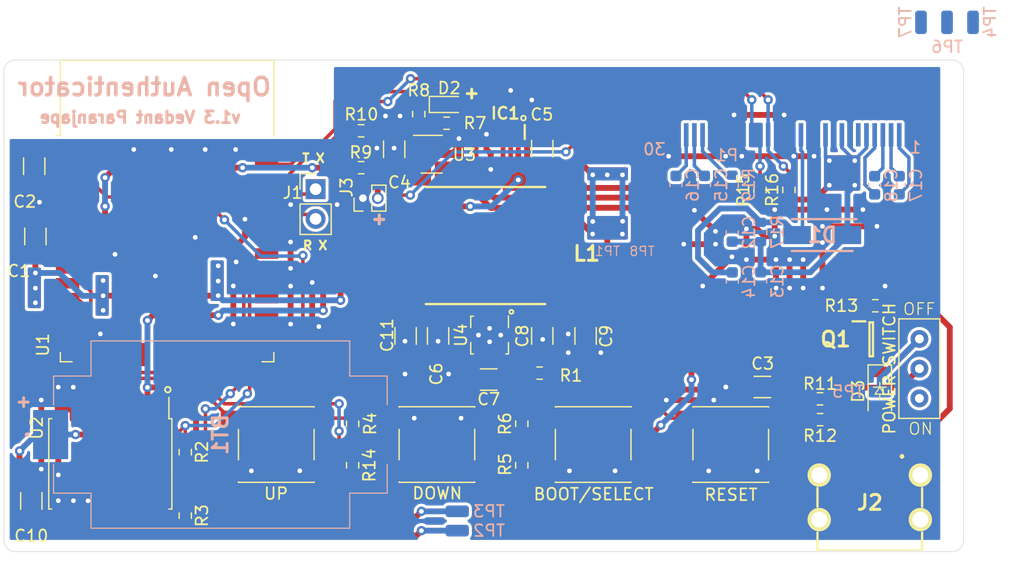
<source format=kicad_pcb>
(kicad_pcb (version 20171130) (host pcbnew 5.1.9-73d0e3b20d~88~ubuntu20.04.1)
  (title_block (title ESP-2FA) (date 2020-08-28) (rev v01) (comment 3 "License: MIT") (comment 4 "Author: Vedant Paranjape"))
  (layers (0 F.Cu signal) (31 B.Cu signal) (34 B.Paste user) (35 F.Paste user) (36 B.SilkS user) (37 F.SilkS user) (38 B.Mask user) (39 F.Mask user) (44 Edge.Cuts user))
  (net 0 "")
  (net 1 /IO21_SDA)
  (net 2 /IO22_SCL)
  (net 3 GND)
  (net 4 /LOAD_SWITCH_VCC)
  (net 5 "Net-(BT1-Pad1)")
  (net 6 /EN)
  (net 7 +BATT)
  (net 8 +3V3)
  (net 9 /V_INPUT)
  (net 10 "Net-(C7-Pad1)")
  (net 11 "Net-(D2-Pad1)")
  (net 12 VBUS)
  (net 13 /IO23)
  (net 14 "Net-(IC1-Pad4)")
  (net 15 "Net-(IC1-Pad5)")
  (net 16 /TX)
  (net 17 /RX)
  (net 18 "Net-(J2-PadA5)")
  (net 19 "Net-(J2-PadB5)")
  (net 20 "Net-(L1-Pad1)")
  (net 21 "Net-(L1-Pad2)")
  (net 22 /IO5_SDA)
  (net 23 /IO18_SCL)
  (net 24 /IO26)
  (net 25 /BOOT)
  (net 26 "Net-(R7-Pad1)")
  (net 27 "Net-(R8-Pad1)")
  (net 28 /A1_7_BATT)
  (net 29 /IO25)
  (net 30 "Net-(U1-Pad4)")
  (net 31 "Net-(U1-Pad5)")
  (net 32 "Net-(U1-Pad6)")
  (net 33 "Net-(U1-Pad8)")
  (net 34 "Net-(U1-Pad9)")
  (net 35 "Net-(U1-Pad12)")
  (net 36 "Net-(U1-Pad13)")
  (net 37 "Net-(U1-Pad14)")
  (net 38 "Net-(U1-Pad16)")
  (net 39 "Net-(U1-Pad17)")
  (net 40 "Net-(U1-Pad18)")
  (net 41 "Net-(U1-Pad19)")
  (net 42 "Net-(U1-Pad20)")
  (net 43 "Net-(U1-Pad21)")
  (net 44 "Net-(U1-Pad22)")
  (net 45 "Net-(U1-Pad23)")
  (net 46 "Net-(U1-Pad24)")
  (net 47 "Net-(U1-Pad26)")
  (net 48 "Net-(U1-Pad27)")
  (net 49 "Net-(U1-Pad28)")
  (net 50 "Net-(U1-Pad31)")
  (net 51 "Net-(U1-Pad32)")
  (net 52 "Net-(U2-Pad1)")
  (net 53 "Net-(U2-Pad3)")
  (net 54 "Net-(U2-Pad4)")
  (net 55 "Net-(C11-Pad1)")
  (net 56 "Net-(C14-Pad2)")
  (net 57 "Net-(C15-Pad2)")
  (net 58 "Net-(C16-Pad2)")
  (net 59 "Net-(C17-Pad2)")
  (net 60 "Net-(C17-Pad1)")
  (net 61 "Net-(C18-Pad2)")
  (net 62 "Net-(C18-Pad1)")
  (net 63 "Net-(P1-Pad26)")
  (net 64 "Net-(P1-Pad7)")
  (module Button_Switch_SMD:SW_Push_1P1T_NO_6x6mm_H9.5mm (layer F.Cu) (at 152.1 112.85 180)
    (fp_text reference SW4 hide)
    (fp_text value RESET (at -0.0206 -4.2928) (layer F.SilkS))
    (pad 2 smd rect (at 3.975 2.25 180) (size 1.55 1.3) (layers F.Cu F.Paste F.Mask) (net 6 /EN))
    (pad 1 smd rect (at 3.975 -2.25 180) (size 1.55 1.3) (layers F.Cu F.Paste F.Mask) (net 3 GND))
    (pad 1 smd rect (at -3.975 -2.25 180) (size 1.55 1.3) (layers F.Cu F.Paste F.Mask) (net 3 GND))
    (pad 2 smd rect (at -3.975 2.25 180) (size 1.55 1.3) (layers F.Cu F.Paste F.Mask) (net 6 /EN))
  )
  (module Capacitor_SMD:C_0603_1608Metric (layer B.Cu) (at 164.39388 90.7034 90)
    (fp_text reference C18 (at 0 1.43 -90) (layer B.SilkS) (effects (justify mirror)))
    (fp_text value "1uF 16V")
    (pad 1 smd roundrect (at -0.775 0 90) (size 0.9 0.95) (layers B.Cu B.Paste B.Mask) (net 62 "Net-(C18-Pad1)"))
    (pad 2 smd roundrect (at 0.775 0 90) (size 0.9 0.95) (layers B.Cu B.Paste B.Mask) (net 61 "Net-(C18-Pad2)"))
  )
  (module Capacitor_SMD:C_0603_1608Metric (layer B.Cu) (at 166.497 90.69862 90)
    (fp_text reference C17 (at 0 1.43 90) (layer B.SilkS) (effects (justify mirror)))
    (fp_text value "1uF 16V")
    (pad 1 smd roundrect (at -0.775 0 90) (size 0.9 0.95) (layers B.Cu B.Paste B.Mask) (net 60 "Net-(C17-Pad1)"))
    (pad 2 smd roundrect (at 0.775 0 90) (size 0.9 0.95) (layers B.Cu B.Paste B.Mask) (net 59 "Net-(C17-Pad2)"))
  )
  (module Capacitor_SMD:C_0603_1608Metric (layer B.Cu) (at 147.4216 90.678 90)
    (fp_text reference C16 (at 0 1.43 90) (layer B.SilkS) (effects (justify mirror)))
    (fp_text value "2.2uF 16V")
    (pad 1 smd roundrect (at -0.775 0 90) (size 0.9 0.95) (layers B.Cu B.Paste B.Mask) (net 3 GND))
    (pad 2 smd roundrect (at 0.775 0 90) (size 0.9 0.95) (layers B.Cu B.Paste B.Mask) (net 58 "Net-(C16-Pad2)"))
  )
  (module Capacitor_SMD:C_0603_1608Metric (layer B.Cu) (at 149.85746 90.67322 90)
    (fp_text reference C15 (at 0 1.43 90) (layer B.SilkS) (effects (justify mirror)))
    (fp_text value "4.7uF 16V")
    (pad 1 smd roundrect (at -0.775 0 90) (size 0.9 0.95) (layers B.Cu B.Paste B.Mask) (net 3 GND))
    (pad 2 smd roundrect (at 0.775 0 90) (size 0.9 0.95) (layers B.Cu B.Paste B.Mask) (net 57 "Net-(C15-Pad2)"))
  )
  (module Capacitor_SMD:C_0603_1608Metric (layer B.Cu) (at 152.23236 98.92284 90)
    (fp_text reference C14 (at 0 1.43 270) (layer B.SilkS) (effects (justify mirror)))
    (fp_text value "0.1uF 16V")
    (pad 1 smd roundrect (at -0.775 0 90) (size 0.9 0.95) (layers B.Cu B.Paste B.Mask) (net 3 GND))
    (pad 2 smd roundrect (at 0.775 0 90) (size 0.9 0.95) (layers B.Cu B.Paste B.Mask) (net 56 "Net-(C14-Pad2)"))
  )
  (module Capacitor_SMD:C_0603_1608Metric (layer B.Cu) (at 154.65806 98.9076 90)
    (fp_text reference C13 (at 0 1.43 270) (layer B.SilkS) (effects (justify mirror)))
    (fp_text value "0.1uF 16V")
    (pad 1 smd roundrect (at -0.775 0 90) (size 0.9 0.95) (layers B.Cu B.Paste B.Mask) (net 3 GND))
    (pad 2 smd roundrect (at 0.775 0 90) (size 0.9 0.95) (layers B.Cu B.Paste B.Mask) (net 4 /LOAD_SWITCH_VCC))
  )
  (module Capacitor_SMD:C_0603_1608Metric (layer B.Cu) (at 152.2222 94.7415 90)
    (fp_text reference C12 (at 0 1.43 270) (layer B.SilkS) (effects (justify mirror)))
    (fp_text value "10uF 16V")
    (pad 1 smd roundrect (at -0.775 0 90) (size 0.9 0.95) (layers B.Cu B.Paste B.Mask) (net 4 /LOAD_SWITCH_VCC))
    (pad 2 smd roundrect (at 0.775 0 90) (size 0.9 0.95) (layers B.Cu B.Paste B.Mask) (net 3 GND))
  )
  (module TYPE-C-31-M-17:TYPEC31M17 (layer F.Cu) (at 163.98 117.81172)
    (fp_text reference J2 (at 0 0) (layer F.SilkS) (effects (font (size 1.27 1.27) (thickness 0.254))))
    (fp_text value TYPE-C-31-M-17 hide)
    (pad MH4 thru_hole circle (at -4.32 -2.35 90) (size 2 2) (drill 1.346) (layers *.Cu *.Mask F.SilkS) (net 3 GND))
    (pad MH3 thru_hole circle (at 4.32 -2.35 90) (size 2 2) (drill 1.346) (layers *.Cu *.Mask F.SilkS) (net 3 GND))
    (pad MH2 thru_hole circle (at 4.32 1.45 90) (size 2 2) (drill 1.346) (layers *.Cu *.Mask F.SilkS) (net 3 GND))
    (pad MH1 thru_hole circle (at -4.32 1.45 90) (size 2 2) (drill 1.346) (layers *.Cu *.Mask F.SilkS) (net 3 GND))
    (pad B12 smd rect (at -2.75 -2.5) (size 0.8 1.2) (layers F.Cu F.Paste F.Mask) (net 3 GND))
    (pad B9 smd rect (at -1.52 -2.5) (size 0.76 1.2) (layers F.Cu F.Paste F.Mask) (net 12 VBUS))
    (pad B5 smd rect (at 0.5 -2.5) (size 0.7 1.2) (layers F.Cu F.Paste F.Mask) (net 19 "Net-(J2-PadB5)"))
    (pad A12 smd rect (at 2.75 -2.5) (size 0.8 1.2) (layers F.Cu F.Paste F.Mask) (net 3 GND))
    (pad A9 smd rect (at 1.52 -2.5) (size 0.76 1.2) (layers F.Cu F.Paste F.Mask) (net 12 VBUS))
    (pad A5 smd rect (at -0.5 -2.5) (size 0.7 1.2) (layers F.Cu F.Paste F.Mask) (net 18 "Net-(J2-PadA5)"))
  )
  (module Button_Switch_SMD:SW_Push_1P1T_NO_6x6mm_H9.5mm (layer F.Cu) (at 113.275 112.85 180)
    (fp_text reference SW1 hide)
    (fp_text value UP (at 0.0164 -4.1932) (layer F.SilkS))
    (pad 2 smd rect (at -3.975 2.25 180) (size 1.55 1.3) (layers F.Cu F.Paste F.Mask) (net 24 /IO26))
    (pad 1 smd rect (at -3.975 -2.25 180) (size 1.55 1.3) (layers F.Cu F.Paste F.Mask) (net 3 GND))
    (pad 1 smd rect (at 3.975 -2.25 180) (size 1.55 1.3) (layers F.Cu F.Paste F.Mask) (net 3 GND))
    (pad 2 smd rect (at 3.975 2.25 180) (size 1.55 1.3) (layers F.Cu F.Paste F.Mask) (net 24 /IO26))
  )
  (module Resistor_SMD:R_0603_1608Metric (layer F.Cu) (at 105.5 113.5 90)
    (fp_text reference R2 (at 0.00264 1.42892 90) (layer F.SilkS))
    (fp_text value 4.7k hide)
    (pad 1 smd roundrect (at -0.825 0 90) (size 0.8 0.95) (layers F.Cu F.Paste F.Mask) (net 4 /LOAD_SWITCH_VCC))
    (pad 2 smd roundrect (at 0.825 0 90) (size 0.8 0.95) (layers F.Cu F.Paste F.Mask) (net 22 /IO5_SDA))
  )
  (module Diode_SMD:D_SOD-123 (layer F.Cu) (at 164.8333 108.29798 270)
    (fp_text reference D3 (at 0 1.85 90) (layer F.SilkS))
    (fp_text value 1N5819 hide)
    (pad 2 smd rect (at 1.65 0 270) (size 0.9 1.2) (layers F.Cu F.Paste F.Mask) (net 12 VBUS))
    (pad 1 smd rect (at -1.65 0 270) (size 0.9 1.2) (layers F.Cu F.Paste F.Mask) (net 9 /V_INPUT))
  )
  (module Resistor_SMD:R_0603_1608Metric (layer B.Cu) (at 152.21712 90.66784 90)
    (fp_text reference R19 (at 0 1.43 90) (layer B.SilkS) (effects (justify mirror)))
    (fp_text value 910k)
    (pad 1 smd roundrect (at -0.825 0 90) (size 0.8 0.95) (layers B.Cu B.Paste B.Mask) (net 3 GND))
    (pad 2 smd roundrect (at 0.825 0 90) (size 0.8 0.95) (layers B.Cu B.Paste B.Mask) (net 63 "Net-(P1-Pad26)"))
  )
  (module Resistor_SMD:R_0603_1608Metric (layer B.Cu) (at 154.65552 94.69374 90)
    (fp_text reference R17 (at 0 1.43 270) (layer B.SilkS) (effects (justify mirror)))
    (fp_text value 4.7k)
    (pad 1 smd roundrect (at -0.825 0 90) (size 0.8 0.95) (layers B.Cu B.Paste B.Mask) (net 4 /LOAD_SWITCH_VCC))
    (pad 2 smd roundrect (at 0.825 0 90) (size 0.8 0.95) (layers B.Cu B.Paste B.Mask) (net 56 "Net-(C14-Pad2)"))
  )
  (module Resistor_SMD:R_0603_1608Metric (layer F.Cu) (at 157.06852 91.0971 90)
    (fp_text reference R16 (at 0 -1.43 90) (layer F.SilkS))
    (fp_text value 4.7k)
    (pad 1 smd roundrect (at -0.825 0 90) (size 0.8 0.95) (layers F.Cu F.Paste F.Mask) (net 4 /LOAD_SWITCH_VCC))
    (pad 2 smd roundrect (at 0.825 0 90) (size 0.8 0.95) (layers F.Cu F.Paste F.Mask) (net 2 /IO22_SCL))
  )
  (module Resistor_SMD:R_0603_1608Metric (layer F.Cu) (at 154.60218 91.10472 90)
    (fp_text reference R15 (at 0 -1.43 90) (layer F.SilkS))
    (fp_text value 4.7k)
    (pad 1 smd roundrect (at -0.825 0 90) (size 0.8 0.95) (layers F.Cu F.Paste F.Mask) (net 4 /LOAD_SWITCH_VCC))
    (pad 2 smd roundrect (at 0.825 0 90) (size 0.8 0.95) (layers F.Cu F.Paste F.Mask) (net 1 /IO21_SDA))
  )
  (module ribbon_connectors:SSD1306_ribbon (layer B.Cu) (at 157.04566 86.39302 180)
    (fp_text reference P1 (at 5.28066 -1.74498) (layer B.SilkS) (effects (justify mirror)))
    (fp_text value SSD1306_ribbon)
    (fp_text user 1 (at -10.83056 -1.08204) (layer B.SilkS) (effects (justify mirror)))
    (fp_text user 30 (at 11.46556 -1.23698) (layer B.SilkS) (effects (justify mirror)))
    (pad 30 smd rect (at 10.15 0 180) (size 0.4 2) (layers B.Cu B.Paste B.Mask) (net 3 GND))
    (pad 29 smd rect (at 9.45 0 180) (size 0.4 2) (layers B.Cu B.Paste B.Mask) (net 3 GND))
    (pad 28 smd rect (at 8.75 0 180) (size 0.4 2) (layers B.Cu B.Paste B.Mask) (net 58 "Net-(C16-Pad2)"))
    (pad 27 smd rect (at 8.05 0 180) (size 0.4 2) (layers B.Cu B.Paste B.Mask) (net 57 "Net-(C15-Pad2)"))
    (pad 26 smd rect (at 7.35 0 180) (size 0.4 2) (layers B.Cu B.Paste B.Mask) (net 63 "Net-(P1-Pad26)"))
    (pad 25 smd rect (at 6.65 0 180) (size 0.4 2) (layers B.Cu B.Paste B.Mask) (net 3 GND))
    (pad 24 smd rect (at 5.95 0 180) (size 0.4 2) (layers B.Cu B.Paste B.Mask) (net 3 GND))
    (pad 23 smd rect (at 5.25 0 180) (size 0.4 2) (layers B.Cu B.Paste B.Mask) (net 3 GND))
    (pad 22 smd rect (at 4.55 0 180) (size 0.4 2) (layers B.Cu B.Paste B.Mask) (net 3 GND))
    (pad 21 smd rect (at 3.85 0 180) (size 0.4 2) (layers B.Cu B.Paste B.Mask) (net 3 GND))
    (pad 20 smd rect (at 3.15 0 180) (size 0.4 2) (layers B.Cu B.Paste B.Mask) (net 1 /IO21_SDA))
    (pad 19 smd rect (at 2.45 0 180) (size 0.4 2) (layers B.Cu B.Paste B.Mask) (net 1 /IO21_SDA))
    (pad 18 smd rect (at 1.75 0 180) (size 0.4 2) (layers B.Cu B.Paste B.Mask) (net 2 /IO22_SCL))
    (pad 17 smd rect (at 1.05 0 180) (size 0.4 2) (layers B.Cu B.Paste B.Mask) (net 3 GND))
    (pad 14 smd rect (at -1.05 0 180) (size 0.4 2) (layers B.Cu B.Paste B.Mask) (net 56 "Net-(C14-Pad2)"))
    (pad 13 smd rect (at -1.7 0 180) (size 0.4 2) (layers B.Cu B.Paste B.Mask) (net 3 GND))
    (pad 12 smd rect (at -2.45 0 180) (size 0.4 2) (layers B.Cu B.Paste B.Mask) (net 3 GND))
    (pad 11 smd rect (at -3.15 0 180) (size 0.4 2) (layers B.Cu B.Paste B.Mask) (net 4 /LOAD_SWITCH_VCC))
    (pad 10 smd rect (at -3.85 0 180) (size 0.4 2) (layers B.Cu B.Paste B.Mask) (net 3 GND))
    (pad 9 smd rect (at -4.55 0 180) (size 0.4 2) (layers B.Cu B.Paste B.Mask) (net 4 /LOAD_SWITCH_VCC))
    (pad 8 smd rect (at -5.25 0 180) (size 0.4 2) (layers B.Cu B.Paste B.Mask) (net 3 GND))
    (pad 7 smd rect (at -5.95 0 180) (size 0.4 2) (layers B.Cu B.Paste B.Mask) (net 64 "Net-(P1-Pad7)"))
    (pad 6 smd rect (at -6.65 0 180) (size 0.4 2) (layers B.Cu B.Paste B.Mask) (net 4 /LOAD_SWITCH_VCC))
    (pad 5 smd rect (at -7.35 0 180) (size 0.4 2) (layers B.Cu B.Paste B.Mask) (net 62 "Net-(C18-Pad1)"))
    (pad 4 smd rect (at -8.05 0 180) (size 0.4 2) (layers B.Cu B.Paste B.Mask) (net 61 "Net-(C18-Pad2)"))
    (pad 3 smd rect (at -8.75 0 180) (size 0.4 2) (layers B.Cu B.Paste B.Mask) (net 59 "Net-(C17-Pad2)"))
    (pad 2 smd rect (at -9.45 0 180) (size 0.4 2) (layers B.Cu B.Paste B.Mask) (net 60 "Net-(C17-Pad1)"))
    (pad 1 smd rect (at -10.15 0 180) (size 0.4 2) (layers B.Cu B.Paste B.Mask) (net 3 GND))
    (pad 16 smd rect (at 0.35 0 180) (size 0.4 2) (layers B.Cu B.Paste B.Mask) (net 3 GND))
    (pad 15 smd rect (at -0.35 0 180) (size 0.4 2) (layers B.Cu B.Paste B.Mask) (net 3 GND))
  )
  (module SS14:DIOM5227X270N (layer B.Cu) (at 159.9184 94.95536 180)
    (fp_text reference D1 (at 0 0 180) (layer B.SilkS) (effects (font (size 1.27 1.27) (thickness 0.254)) (justify mirror)))
    (fp_text value SS14 hide)
    (pad 1 smd rect (at -2.15 0 90) (size 1.55 2.35) (layers B.Cu B.Paste B.Mask) (net 4 /LOAD_SWITCH_VCC))
    (pad 2 smd rect (at 2.15 0 90) (size 1.55 2.35) (layers B.Cu B.Paste B.Mask) (net 56 "Net-(C14-Pad2)"))
  )
  (module CR2032-BS-6-1:CR2032BS61 (layer B.Cu) (at 108.5 112 270)
    (fp_text reference BT1 (at 0 0 90) (layer B.SilkS) (effects (font (size 1.27 1.27) (thickness 0.254)) (justify mirror)))
    (fp_text value 3v hide)
    (pad 2 smd rect (at 0 -14.5 180) (size 3 4.2) (layers B.Cu B.Paste B.Mask) (net 3 GND))
    (pad 1 smd rect (at 0 14.5 180) (size 3 4.2) (layers B.Cu B.Paste B.Mask) (net 5 "Net-(BT1-Pad1)"))
  )
  (module Capacitor_SMD:C_1206_3216Metric (layer F.Cu) (at 124.325 103.575 270)
    (fp_text reference C11 (at -0.07 1.5795 90) (layer F.SilkS))
    (fp_text value "10uF 50V" hide)
    (pad 1 smd roundrect (at -1.475 0 270) (size 1.15 1.8) (layers F.Cu F.Paste F.Mask) (roundrect_rratio 0.2173904347826087) (net 55 "Net-(C11-Pad1)"))
    (pad 2 smd roundrect (at 1.475 0 270) (size 1.15 1.8) (layers F.Cu F.Paste F.Mask) (roundrect_rratio 0.2173904347826087) (net 3 GND))
  )
  (module Package_SON:Texas_DRC0010J_ThermalVias (layer F.Cu) (at 131.5 103.5 270)
    (fp_text reference U4 (at 0 2.45 90) (layer F.SilkS))
    (fp_text value TPS63001 hide)
    (pad 11 thru_hole circle (at 0 -0.95 270) (size 0.6 0.6) (drill 0.4) (layers *.Cu) (net 3 GND))
    (pad 11 thru_hole circle (at 0.575 0 270) (size 0.6 0.6) (drill 0.4) (layers *.Cu) (net 3 GND))
    (pad 11 thru_hole circle (at -0.575 0 270) (size 0.6 0.6) (drill 0.4) (layers *.Cu) (net 3 GND))
    (pad 11 thru_hole circle (at 0 0.95 270) (size 0.6 0.6) (drill 0.4) (layers *.Cu) (net 3 GND))
    (pad 11 smd custom (at 0 0 270) (size 1.65 2.4) (layers F.Cu F.Mask) (net 3 GND) (options (clearance outline) (anchor rect)) (primitives (gr_poly (pts (xy -0.375 -1.1) (xy -0.375 -1.7) (xy -0.125 -1.7) (xy -0.125 -1.1) (xy 0.125 -1.1) (xy 0.125 -1.7) (xy 0.375 -1.7) (xy 0.375 1.7) (xy 0.125 1.7) (xy 0.125 1.1) (xy -0.125 1.1) (xy -0.125 1.7) (xy -0.375 1.7)) (width 0))))
    (pad 10 smd rect (at 1.4 -1 270) (size 0.6 0.24) (layers F.Cu F.Paste F.Mask) (net 8 +3V3))
    (pad 9 smd rect (at 1.4 -0.5 270) (size 0.6 0.24) (layers F.Cu F.Paste F.Mask) (net 3 GND))
    (pad 8 smd rect (at 1.4 0 270) (size 0.6 0.24) (layers F.Cu F.Paste F.Mask) (net 10 "Net-(C7-Pad1)"))
    (pad 7 smd rect (at 1.4 0.5 270) (size 0.6 0.24) (layers F.Cu F.Paste F.Mask) (net 10 "Net-(C7-Pad1)"))
    (pad 6 smd rect (at 1.4 1 270) (size 0.6 0.24) (layers F.Cu F.Paste F.Mask) (net 10 "Net-(C7-Pad1)"))
    (pad 5 smd rect (at -1.4 1 270) (size 0.6 0.24) (layers F.Cu F.Paste F.Mask) (net 55 "Net-(C11-Pad1)"))
    (pad 4 smd rect (at -1.4 0.5 270) (size 0.6 0.24) (layers F.Cu F.Paste F.Mask) (net 20 "Net-(L1-Pad1)"))
    (pad 3 smd rect (at -1.4 0 270) (size 0.6 0.24) (layers F.Cu F.Paste F.Mask) (net 3 GND))
    (pad 2 smd rect (at -1.4 -0.5 270) (size 0.6 0.24) (layers F.Cu F.Paste F.Mask) (net 21 "Net-(L1-Pad2)"))
    (pad 1 smd rect (at -1.4 -1 270) (size 0.6 0.24) (layers F.Cu F.Paste F.Mask) (net 8 +3V3))
  )
  (module Connector_Wire:SolderWirePad_1x01_SMD_1x2mm (layer B.Cu) (at 164.82822 108.32846 90)
    (fp_text reference TP5 (at 0 -2.7051 180) (layer B.SilkS) (effects (justify mirror)))
    (fp_text value V_INPUT hide)
    (pad 1 smd roundrect (at 0 0 90) (size 1 2) (layers B.Cu B.Mask) (net 9 /V_INPUT))
  )
  (module Connector_PinHeader_1.27mm:PinHeader_1x02_P1.27mm_Vertical (layer F.Cu) (at 120.68 91.8 90)
    (fp_text reference J3 (at 0.9188 -1.4016 90) (layer F.SilkS))
    (fp_text value Conn_01x02_Female hide)
    (pad 1 thru_hole rect (at 0 0 90) (size 1 1) (drill 0.65) (layers *.Cu *.Mask) (net 3 GND))
    (pad 2 thru_hole oval (at 0 1.27 90) (size 1 1) (drill 0.65) (layers *.Cu *.Mask) (net 7 +BATT))
  )
  (module Connector_Wire:SolderWirePad_1x01_SMD_1x2mm (layer B.Cu) (at 144.526 94.3356)
    (fp_text reference TP8 (at 0 2.00406) (layer B.SilkS) (effects (font (size 0.8 0.8) (thickness 0.1)) (justify mirror)))
    (fp_text value GND hide)
    (pad 1 smd roundrect (at 0 0) (size 1 2) (layers B.Cu B.Mask) (net 3 GND))
  )
  (module Connector_Wire:SolderWirePad_1x01_SMD_1x2mm (layer B.Cu) (at 168.35374 76.7842)
    (fp_text reference TP7 (at -1.3335 0 90) (layer B.SilkS) (effects (justify mirror)))
    (fp_text value OLED_SCL hide)
    (pad 1 smd roundrect (at 0 0) (size 1 2) (layers B.Cu B.Mask) (net 2 /IO22_SCL))
  )
  (module Connector_Wire:SolderWirePad_1x01_SMD_1x2mm (layer B.Cu) (at 170.57624 76.7842)
    (fp_text reference TP6 (at 0 2.0955) (layer B.SilkS) (effects (justify mirror)))
    (fp_text value OLED_SDA hide)
    (pad 1 smd roundrect (at 0 0) (size 1 2) (layers B.Cu B.Mask) (net 1 /IO21_SDA))
  )
  (module Connector_Wire:SolderWirePad_1x01_SMD_1x2mm (layer B.Cu) (at 128.73482 118.5545 90)
    (fp_text reference TP3 (at -0.00254 2.70764 180) (layer B.SilkS) (effects (justify mirror)))
    (fp_text value RTC_SCL)
    (pad 1 smd roundrect (at 0 0 90) (size 1 2) (layers B.Cu B.Mask) (net 23 /IO18_SCL))
  )
  (module Connector_Wire:SolderWirePad_1x01_SMD_1x2mm (layer B.Cu) (at 128.73482 120.2055 90)
    (fp_text reference TP2 (at -0.00254 2.72034 180) (layer B.SilkS) (effects (justify mirror)))
    (fp_text value RTC_SDA)
    (pad 1 smd roundrect (at 0 0 90) (size 1 2) (layers B.Cu B.Mask) (net 22 /IO5_SDA))
  )
  (module Capacitor_SMD:C_1206_3216Metric (layer F.Cu) (at 92.35 117.675 270)
    (fp_text reference C10 (at 2.975 0 180) (layer F.SilkS))
    (fp_text value "1uF 50V" hide)
    (pad 1 smd roundrect (at -1.475 0 270) (size 1.15 1.8) (layers F.Cu F.Paste F.Mask) (roundrect_rratio 0.2173904347826087) (net 5 "Net-(BT1-Pad1)"))
    (pad 2 smd roundrect (at 1.475 0 270) (size 1.15 1.8) (layers F.Cu F.Paste F.Mask) (roundrect_rratio 0.2173904347826087) (net 3 GND))
  )
  (module Capacitor_SMD:C_1206_3216Metric (layer F.Cu) (at 92.6 89.075 270)
    (fp_text reference C2 (at 3.025 0.8044 180) (layer F.SilkS))
    (fp_text value "0.1uF 50V" hide)
    (pad 2 smd roundrect (at 1.475 0 270) (size 1.15 1.8) (layers F.Cu F.Paste F.Mask) (roundrect_rratio 0.2173904347826087) (net 8 +3V3))
    (pad 1 smd roundrect (at -1.475 0 270) (size 1.15 1.8) (layers F.Cu F.Paste F.Mask) (roundrect_rratio 0.2173904347826087) (net 3 GND))
  )
  (module Capacitor_SMD:C_1206_3216Metric (layer F.Cu) (at 92.7 95.075 90)
    (fp_text reference C1 (at -2.95122 -1.40732 180) (layer F.SilkS))
    (fp_text value "10uF 50V" hide)
    (pad 2 smd roundrect (at 1.475 0 90) (size 1.15 1.8) (layers F.Cu F.Paste F.Mask) (roundrect_rratio 0.2173904347826087) (net 3 GND))
    (pad 1 smd roundrect (at -1.475 0 90) (size 1.15 1.8) (layers F.Cu F.Paste F.Mask) (roundrect_rratio 0.2173904347826087) (net 8 +3V3))
  )
  (module Connector_Wire:SolderWirePad_1x01_SMD_1x2mm (layer B.Cu) (at 172.79874 76.7842)
    (fp_text reference TP4 (at 1.4605 0 270) (layer B.SilkS) (effects (justify mirror)))
    (fp_text value LOAD_SWITCH hide)
    (pad 1 smd roundrect (at 0 0) (size 1 2) (layers B.Cu B.Mask) (net 4 /LOAD_SWITCH_VCC))
  )
  (module Connector_Wire:SolderWirePad_1x01_SMD_1x2mm (layer B.Cu) (at 141.55928 94.3356)
    (fp_text reference TP1 (at 0.00254 2.00406) (layer B.SilkS) (effects (font (size 0.8 0.8) (thickness 0.1)) (justify mirror)))
    (fp_text value 3V3 hide)
    (pad 1 smd roundrect (at 0 0) (size 1 2) (layers B.Cu B.Mask) (net 8 +3V3))
  )
  (module Capacitor_SMD:C_1206_3216Metric (layer F.Cu) (at 154.80472 107.93538 180)
    (fp_text reference C3 (at -0.025 2) (layer F.SilkS))
    (fp_text value "1uF 50V" hide)
    (pad 2 smd roundrect (at 1.475 0 180) (size 1.15 1.8) (layers F.Cu F.Paste F.Mask) (roundrect_rratio 0.2173904347826087) (net 3 GND))
    (pad 1 smd roundrect (at -1.475 0 180) (size 1.15 1.8) (layers F.Cu F.Paste F.Mask) (roundrect_rratio 0.2173904347826087) (net 6 /EN))
  )
  (module Capacitor_SMD:C_1206_3216Metric (layer F.Cu) (at 123.35 87.625 270)
    (fp_text reference C4 (at 2.825 -0.45 180) (layer F.SilkS))
    (fp_text value "10uF 50V" hide)
    (pad 2 smd roundrect (at 1.475 0 270) (size 1.15 1.8) (layers F.Cu F.Paste F.Mask) (roundrect_rratio 0.2173904347826087) (net 7 +BATT))
    (pad 1 smd roundrect (at -1.475 0 270) (size 1.15 1.8) (layers F.Cu F.Paste F.Mask) (roundrect_rratio 0.2173904347826087) (net 3 GND))
  )
  (module Capacitor_SMD:C_1206_3216Metric (layer F.Cu) (at 136 87.575 270)
    (fp_text reference C5 (at -2.9168 0.0338 180) (layer F.SilkS))
    (fp_text value "1uF 50V" hide)
    (pad 1 smd roundrect (at -1.475 0 270) (size 1.15 1.8) (layers F.Cu F.Paste F.Mask) (roundrect_rratio 0.2173904347826087) (net 3 GND))
    (pad 2 smd roundrect (at 1.475 0 270) (size 1.15 1.8) (layers F.Cu F.Paste F.Mask) (roundrect_rratio 0.2173904347826087) (net 8 +3V3))
  )
  (module Capacitor_SMD:C_1206_3216Metric (layer F.Cu) (at 127.1 103.575 270)
    (fp_text reference C6 (at 3.25 0.15 90) (layer F.SilkS))
    (fp_text value "10uF 50V" hide)
    (pad 1 smd roundrect (at -1.475 0 270) (size 1.15 1.8) (layers F.Cu F.Paste F.Mask) (roundrect_rratio 0.2173904347826087) (net 55 "Net-(C11-Pad1)"))
    (pad 2 smd roundrect (at 1.475 0 270) (size 1.15 1.8) (layers F.Cu F.Paste F.Mask) (roundrect_rratio 0.2173904347826087) (net 3 GND))
  )
  (module Capacitor_SMD:C_1206_3216Metric (layer F.Cu) (at 131.425 107.3 180)
    (fp_text reference C7 (at 0 -1.675) (layer F.SilkS))
    (fp_text value "0.1uF 50V" hide)
    (pad 1 smd roundrect (at -1.475 0 180) (size 1.15 1.8) (layers F.Cu F.Paste F.Mask) (roundrect_rratio 0.2173904347826087) (net 10 "Net-(C7-Pad1)"))
    (pad 2 smd roundrect (at 1.475 0 180) (size 1.15 1.8) (layers F.Cu F.Paste F.Mask) (roundrect_rratio 0.2173904347826087) (net 3 GND))
  )
  (module Capacitor_SMD:C_1206_3216Metric (layer F.Cu) (at 136 103.575 270)
    (fp_text reference C8 (at 0.0062 1.7102 90) (layer F.SilkS))
    (fp_text value "10uF 50V" hide)
    (pad 2 smd roundrect (at 1.475 0 270) (size 1.15 1.8) (layers F.Cu F.Paste F.Mask) (roundrect_rratio 0.2173904347826087) (net 3 GND))
    (pad 1 smd roundrect (at -1.475 0 270) (size 1.15 1.8) (layers F.Cu F.Paste F.Mask) (roundrect_rratio 0.2173904347826087) (net 8 +3V3))
  )
  (module Capacitor_SMD:C_1206_3216Metric (layer F.Cu) (at 139.7 103.575 270)
    (fp_text reference C9 (at 0.0316 -1.7526 90) (layer F.SilkS))
    (fp_text value "10uF 50V" hide)
    (pad 1 smd roundrect (at -1.475 0 270) (size 1.15 1.8) (layers F.Cu F.Paste F.Mask) (roundrect_rratio 0.2173904347826087) (net 8 +3V3))
    (pad 2 smd roundrect (at 1.475 0 270) (size 1.15 1.8) (layers F.Cu F.Paste F.Mask) (roundrect_rratio 0.2173904347826087) (net 3 GND))
  )
  (module LED_SMD:LED_0603_1608Metric_Castellated (layer F.Cu) (at 128.0375 83.8)
    (fp_text reference D2 (at 0.0125 -1.4) (layer F.SilkS))
    (fp_text value LED hide)
    (pad 1 smd roundrect (at -0.8125 0) (size 1.225 0.85) (layers F.Cu F.Paste F.Mask) (net 11 "Net-(D2-Pad1)"))
    (pad 2 smd roundrect (at 0.8125 0) (size 1.225 0.85) (layers F.Cu F.Paste F.Mask) (net 12 VBUS))
  )
  (module TPS22919DCKR:SOT65P210X110-6N (layer F.Cu) (at 133.3 87.1 270)
    (fp_text reference IC1 (at -2.5434 0.458 180) (layer F.SilkS) (effects (font (thickness 0.2))))
    (fp_text value TPS22919DCKR hide)
    (pad 1 smd rect (at -0.95 -0.65) (size 0.4 1.2) (layers F.Cu F.Paste F.Mask) (net 8 +3V3))
    (pad 2 smd rect (at -0.95 0) (size 0.4 1.2) (layers F.Cu F.Paste F.Mask) (net 3 GND))
    (pad 3 smd rect (at -0.95 0.65) (size 0.4 1.2) (layers F.Cu F.Paste F.Mask) (net 13 /IO23))
    (pad 4 smd rect (at 0.95 0.65) (size 0.4 1.2) (layers F.Cu F.Paste F.Mask) (net 14 "Net-(IC1-Pad4)"))
    (pad 5 smd rect (at 0.95 0) (size 0.4 1.2) (layers F.Cu F.Paste F.Mask) (net 15 "Net-(IC1-Pad5)"))
    (pad 6 smd rect (at 0.95 -0.65) (size 0.4 1.2) (layers F.Cu F.Paste F.Mask) (net 4 /LOAD_SWITCH_VCC))
  )
  (module CDRH104RNP-150NC:INDPM102100X400N (layer F.Cu) (at 131.15 95.85)
    (fp_text reference L1 (at 8.64144 0.68524) (layer F.SilkS) (effects (font (size 1.27 1.27) (thickness 0.254))))
    (fp_text value "2.2 uH" hide)
    (pad 2 smd rect (at 4.65 0) (size 2.2 3.05) (layers F.Cu F.Paste F.Mask) (net 21 "Net-(L1-Pad2)"))
    (pad 1 smd rect (at -4.65 0) (size 2.2 3.05) (layers F.Cu F.Paste F.Mask) (net 20 "Net-(L1-Pad1)"))
  )
  (module DMP2305U-7:SOT96P240X110-3N (layer F.Cu) (at 164.10178 103.8606)
    (fp_text reference Q1 (at -3.048 0) (layer F.SilkS) (effects (font (size 1.27 1.27) (thickness 0.254))))
    (fp_text value DMP2305U-7 hide)
    (pad 3 smd rect (at 1.05 0 90) (size 0.65 1.1) (layers F.Cu F.Paste F.Mask) (net 7 +BATT))
    (pad 2 smd rect (at -1.05 0.96 90) (size 0.65 1.1) (layers F.Cu F.Paste F.Mask) (net 9 /V_INPUT))
    (pad 1 smd rect (at -1.05 -0.96 90) (size 0.65 1.1) (layers F.Cu F.Paste F.Mask) (net 12 VBUS))
  )
  (module Resistor_SMD:R_0603_1608Metric (layer F.Cu) (at 135.775 106.75 180)
    (fp_text reference R1 (at -2.675 -0.2094) (layer F.SilkS))
    (fp_text value 100 hide)
    (pad 1 smd roundrect (at -0.825 0 180) (size 0.8 0.95) (layers F.Cu F.Paste F.Mask) (net 55 "Net-(C11-Pad1)"))
    (pad 2 smd roundrect (at 0.825 0 180) (size 0.8 0.95) (layers F.Cu F.Paste F.Mask) (net 10 "Net-(C7-Pad1)"))
  )
  (module Resistor_SMD:R_0603_1608Metric (layer F.Cu) (at 105.5 118.925 270)
    (fp_text reference R3 (at 0 -1.43 90) (layer F.SilkS))
    (fp_text value 4.7k hide)
    (pad 2 smd roundrect (at 0.825 0 270) (size 0.8 0.95) (layers F.Cu F.Paste F.Mask) (net 23 /IO18_SCL))
    (pad 1 smd roundrect (at -0.825 0 270) (size 0.8 0.95) (layers F.Cu F.Paste F.Mask) (net 4 /LOAD_SWITCH_VCC))
  )
  (module Resistor_SMD:R_0603_1608Metric (layer F.Cu) (at 119.8 111.075 90)
    (fp_text reference R4 (at 0 1.5 90) (layer F.SilkS))
    (fp_text value 10k hide)
    (pad 2 smd roundrect (at 0.825 0 90) (size 0.8 0.95) (layers F.Cu F.Paste F.Mask) (net 24 /IO26))
    (pad 1 smd roundrect (at -0.825 0 90) (size 0.8 0.95) (layers F.Cu F.Paste F.Mask) (net 8 +3V3))
  )
  (module Resistor_SMD:R_0603_1608Metric (layer F.Cu) (at 134.25 114.62258 270)
    (fp_text reference R5 (at -0.075 1.425 90) (layer F.SilkS))
    (fp_text value 10k hide)
    (pad 1 smd roundrect (at -0.825 0 270) (size 0.8 0.95) (layers F.Cu F.Paste F.Mask) (net 8 +3V3))
    (pad 2 smd roundrect (at 0.825 0 270) (size 0.8 0.95) (layers F.Cu F.Paste F.Mask) (net 6 /EN))
  )
  (module Resistor_SMD:R_0603_1608Metric (layer F.Cu) (at 134.25 111.075 90)
    (fp_text reference R6 (at 0 -1.43 90) (layer F.SilkS))
    (fp_text value 10k hide)
    (pad 2 smd roundrect (at 0.825 0 90) (size 0.8 0.95) (layers F.Cu F.Paste F.Mask) (net 25 /BOOT))
    (pad 1 smd roundrect (at -0.825 0 90) (size 0.8 0.95) (layers F.Cu F.Paste F.Mask) (net 8 +3V3))
  )
  (module Resistor_SMD:R_0603_1608Metric (layer F.Cu) (at 127.825 85.4)
    (fp_text reference R7 (at 2.425 0) (layer F.SilkS))
    (fp_text value 4.7k hide)
    (pad 1 smd roundrect (at -0.825 0) (size 0.8 0.95) (layers F.Cu F.Paste F.Mask) (net 26 "Net-(R7-Pad1)"))
    (pad 2 smd roundrect (at 0.825 0) (size 0.8 0.95) (layers F.Cu F.Paste F.Mask) (net 3 GND))
  )
  (module Resistor_SMD:R_0603_1608Metric (layer F.Cu) (at 125.45 84.625 90)
    (fp_text reference R8 (at 2.025 0 180) (layer F.SilkS))
    (fp_text value 1k hide)
    (pad 2 smd roundrect (at 0.825 0 90) (size 0.8 0.95) (layers F.Cu F.Paste F.Mask) (net 11 "Net-(D2-Pad1)"))
    (pad 1 smd roundrect (at -0.825 0 90) (size 0.8 0.95) (layers F.Cu F.Paste F.Mask) (net 27 "Net-(R8-Pad1)"))
  )
  (module Resistor_SMD:R_0603_1608Metric (layer F.Cu) (at 120.525 89.2 180)
    (fp_text reference R9 (at 0.025 1.3) (layer F.SilkS))
    (fp_text value 100k hide)
    (pad 1 smd roundrect (at -0.825 0 180) (size 0.8 0.95) (layers F.Cu F.Paste F.Mask) (net 7 +BATT))
    (pad 2 smd roundrect (at 0.825 0 180) (size 0.8 0.95) (layers F.Cu F.Paste F.Mask) (net 28 /A1_7_BATT))
  )
  (module Resistor_SMD:R_0603_1608Metric (layer F.Cu) (at 120.525 86.05)
    (fp_text reference R10 (at 0.025 -1.4) (layer F.SilkS))
    (fp_text value 100k hide)
    (pad 2 smd roundrect (at 0.825 0) (size 0.8 0.95) (layers F.Cu F.Paste F.Mask) (net 3 GND))
    (pad 1 smd roundrect (at -0.825 0) (size 0.8 0.95) (layers F.Cu F.Paste F.Mask) (net 28 /A1_7_BATT))
  )
  (module Resistor_SMD:R_0603_1608Metric (layer F.Cu) (at 159.73044 108.94822)
    (fp_text reference R11 (at 0 -1.29032) (layer F.SilkS))
    (fp_text value 5.1k hide)
    (pad 2 smd roundrect (at 0.825 0) (size 0.8 0.95) (layers F.Cu F.Paste F.Mask) (net 19 "Net-(J2-PadB5)"))
    (pad 1 smd roundrect (at -0.825 0) (size 0.8 0.95) (layers F.Cu F.Paste F.Mask) (net 3 GND))
  )
  (module Resistor_SMD:R_0603_1608Metric (layer F.Cu) (at 159.73666 110.725)
    (fp_text reference R12 (at 0.0014 1.37536) (layer F.SilkS))
    (fp_text value 5.1k hide)
    (pad 1 smd roundrect (at -0.825 0) (size 0.8 0.95) (layers F.Cu F.Paste F.Mask) (net 3 GND))
    (pad 2 smd roundrect (at 0.825 0) (size 0.8 0.95) (layers F.Cu F.Paste F.Mask) (net 18 "Net-(J2-PadA5)"))
  )
  (module Resistor_SMD:R_0603_1608Metric (layer F.Cu) (at 164.44926 100.99548)
    (fp_text reference R13 (at -2.8951 0 180) (layer F.SilkS))
    (fp_text value 10k hide)
    (pad 2 smd roundrect (at 0.825 0) (size 0.8 0.95) (layers F.Cu F.Paste F.Mask) (net 3 GND))
    (pad 1 smd roundrect (at -0.825 0) (size 0.8 0.95) (layers F.Cu F.Paste F.Mask) (net 12 VBUS))
  )
  (module Resistor_SMD:R_0603_1608Metric (layer F.Cu) (at 119.8 114.62258 270)
    (fp_text reference R14 (at 0 -1.43 90) (layer F.SilkS))
    (fp_text value 10k hide)
    (pad 1 smd roundrect (at -0.825 0 270) (size 0.8 0.95) (layers F.Cu F.Paste F.Mask) (net 8 +3V3))
    (pad 2 smd roundrect (at 0.825 0 270) (size 0.8 0.95) (layers F.Cu F.Paste F.Mask) (net 29 /IO25))
  )
  (module Button_Switch_SMD:SW_Push_1P1T_NO_6x6mm_H9.5mm (layer F.Cu) (at 127 112.85)
    (fp_text reference SW2 hide)
    (fp_text value DOWN (at 0.0254 4.1674) (layer F.SilkS))
    (pad 2 smd rect (at 3.975 2.25) (size 1.55 1.3) (layers F.Cu F.Paste F.Mask) (net 29 /IO25))
    (pad 1 smd rect (at 3.975 -2.25) (size 1.55 1.3) (layers F.Cu F.Paste F.Mask) (net 3 GND))
    (pad 1 smd rect (at -3.975 -2.25) (size 1.55 1.3) (layers F.Cu F.Paste F.Mask) (net 3 GND))
    (pad 2 smd rect (at -3.975 2.25) (size 1.55 1.3) (layers F.Cu F.Paste F.Mask) (net 29 /IO25))
  )
  (module Button_Switch_SMD:SW_Push_1P1T_NO_6x6mm_H9.5mm (layer F.Cu) (at 140.35 112.85 180)
    (fp_text reference SW3 hide)
    (fp_text value BOOT/SELECT (at -0.0358 -4.2428) (layer F.SilkS))
    (pad 2 smd rect (at -3.975 2.25 180) (size 1.55 1.3) (layers F.Cu F.Paste F.Mask) (net 25 /BOOT))
    (pad 1 smd rect (at -3.975 -2.25 180) (size 1.55 1.3) (layers F.Cu F.Paste F.Mask) (net 3 GND))
    (pad 1 smd rect (at 3.975 -2.25 180) (size 1.55 1.3) (layers F.Cu F.Paste F.Mask) (net 3 GND))
    (pad 2 smd rect (at 3.975 2.25 180) (size 1.55 1.3) (layers F.Cu F.Paste F.Mask) (net 25 /BOOT))
  )
  (module RF_Module:ESP32-WROOM-32 (layer F.Cu) (at 103.95 95.9)
    (fp_text reference U1 (at -10.61 8.43 90) (layer F.SilkS))
    (fp_text value ESP32-WROOM-32 hide)
    (pad 39 smd rect (at -1 -0.755) (size 5 5) (layers F.Cu F.Paste F.Mask) (net 3 GND))
    (pad 1 smd rect (at -8.5 -8.255) (size 2 0.9) (layers F.Cu F.Paste F.Mask) (net 3 GND))
    (pad 2 smd rect (at -8.5 -6.985) (size 2 0.9) (layers F.Cu F.Paste F.Mask) (net 8 +3V3))
    (pad 3 smd rect (at -8.5 -5.715) (size 2 0.9) (layers F.Cu F.Paste F.Mask) (net 6 /EN))
    (pad 4 smd rect (at -8.5 -4.445) (size 2 0.9) (layers F.Cu F.Paste F.Mask) (net 30 "Net-(U1-Pad4)"))
    (pad 5 smd rect (at -8.5 -3.175) (size 2 0.9) (layers F.Cu F.Paste F.Mask) (net 31 "Net-(U1-Pad5)"))
    (pad 6 smd rect (at -8.5 -1.905) (size 2 0.9) (layers F.Cu F.Paste F.Mask) (net 32 "Net-(U1-Pad6)"))
    (pad 7 smd rect (at -8.5 -0.635) (size 2 0.9) (layers F.Cu F.Paste F.Mask) (net 28 /A1_7_BATT))
    (pad 8 smd rect (at -8.5 0.635) (size 2 0.9) (layers F.Cu F.Paste F.Mask) (net 33 "Net-(U1-Pad8)"))
    (pad 9 smd rect (at -8.5 1.905) (size 2 0.9) (layers F.Cu F.Paste F.Mask) (net 34 "Net-(U1-Pad9)"))
    (pad 10 smd rect (at -8.5 3.175) (size 2 0.9) (layers F.Cu F.Paste F.Mask) (net 29 /IO25))
    (pad 11 smd rect (at -8.5 4.445) (size 2 0.9) (layers F.Cu F.Paste F.Mask) (net 24 /IO26))
    (pad 12 smd rect (at -8.5 5.715) (size 2 0.9) (layers F.Cu F.Paste F.Mask) (net 35 "Net-(U1-Pad12)"))
    (pad 13 smd rect (at -8.5 6.985) (size 2 0.9) (layers F.Cu F.Paste F.Mask) (net 36 "Net-(U1-Pad13)"))
    (pad 14 smd rect (at -8.5 8.255) (size 2 0.9) (layers F.Cu F.Paste F.Mask) (net 37 "Net-(U1-Pad14)"))
    (pad 15 smd rect (at -5.715 9.255 90) (size 2 0.9) (layers F.Cu F.Paste F.Mask) (net 3 GND))
    (pad 16 smd rect (at -4.445 9.255 90) (size 2 0.9) (layers F.Cu F.Paste F.Mask) (net 38 "Net-(U1-Pad16)"))
    (pad 17 smd rect (at -3.175 9.255 90) (size 2 0.9) (layers F.Cu F.Paste F.Mask) (net 39 "Net-(U1-Pad17)"))
    (pad 18 smd rect (at -1.905 9.255 90) (size 2 0.9) (layers F.Cu F.Paste F.Mask) (net 40 "Net-(U1-Pad18)"))
    (pad 19 smd rect (at -0.635 9.255 90) (size 2 0.9) (layers F.Cu F.Paste F.Mask) (net 41 "Net-(U1-Pad19)"))
    (pad 20 smd rect (at 0.635 9.255 90) (size 2 0.9) (layers F.Cu F.Paste F.Mask) (net 42 "Net-(U1-Pad20)"))
    (pad 21 smd rect (at 1.905 9.255 90) (size 2 0.9) (layers F.Cu F.Paste F.Mask) (net 43 "Net-(U1-Pad21)"))
    (pad 22 smd rect (at 3.175 9.255 90) (size 2 0.9) (layers F.Cu F.Paste F.Mask) (net 44 "Net-(U1-Pad22)"))
    (pad 23 smd rect (at 4.445 9.255 90) (size 2 0.9) (layers F.Cu F.Paste F.Mask) (net 45 "Net-(U1-Pad23)"))
    (pad 24 smd rect (at 5.715 9.255 90) (size 2 0.9) (layers F.Cu F.Paste F.Mask) (net 46 "Net-(U1-Pad24)"))
    (pad 25 smd rect (at 8.5 8.255) (size 2 0.9) (layers F.Cu F.Paste F.Mask) (net 25 /BOOT))
    (pad 26 smd rect (at 8.5 6.985) (size 2 0.9) (layers F.Cu F.Paste F.Mask) (net 47 "Net-(U1-Pad26)"))
    (pad 27 smd rect (at 8.5 5.715) (size 2 0.9) (layers F.Cu F.Paste F.Mask) (net 48 "Net-(U1-Pad27)"))
    (pad 28 smd rect (at 8.5 4.445) (size 2 0.9) (layers F.Cu F.Paste F.Mask) (net 49 "Net-(U1-Pad28)"))
    (pad 29 smd rect (at 8.5 3.175) (size 2 0.9) (layers F.Cu F.Paste F.Mask) (net 22 /IO5_SDA))
    (pad 30 smd rect (at 8.5 1.905) (size 2 0.9) (layers F.Cu F.Paste F.Mask) (net 23 /IO18_SCL))
    (pad 31 smd rect (at 8.5 0.635) (size 2 0.9) (layers F.Cu F.Paste F.Mask) (net 50 "Net-(U1-Pad31)"))
    (pad 32 smd rect (at 8.5 -0.635) (size 2 0.9) (layers F.Cu F.Paste F.Mask) (net 51 "Net-(U1-Pad32)"))
    (pad 33 smd rect (at 8.5 -1.905) (size 2 0.9) (layers F.Cu F.Paste F.Mask) (net 1 /IO21_SDA))
    (pad 34 smd rect (at 8.5 -3.175) (size 2 0.9) (layers F.Cu F.Paste F.Mask) (net 17 /RX))
    (pad 35 smd rect (at 8.5 -4.445) (size 2 0.9) (layers F.Cu F.Paste F.Mask) (net 16 /TX))
    (pad 36 smd rect (at 8.5 -5.715) (size 2 0.9) (layers F.Cu F.Paste F.Mask) (net 2 /IO22_SCL))
    (pad 37 smd rect (at 8.5 -6.985) (size 2 0.9) (layers F.Cu F.Paste F.Mask) (net 13 /IO23))
    (pad 38 smd rect (at 8.5 -8.255) (size 2 0.9) (layers F.Cu F.Paste F.Mask) (net 3 GND))
  )
  (module Package_SO:SOIC-16W_7.5x10.3mm_P1.27mm (layer F.Cu) (at 99.1 114.5 270)
    (fp_text reference U2 (at -3.0702 6.2884 270) (layer F.SilkS))
    (fp_text value DS3231M hide)
    (pad 16 smd roundrect (at 4.65 -4.445 270) (size 2.05 0.6) (layers F.Cu F.Paste F.Mask) (net 23 /IO18_SCL))
    (pad 15 smd roundrect (at 4.65 -3.175 270) (size 2.05 0.6) (layers F.Cu F.Paste F.Mask) (net 22 /IO5_SDA))
    (pad 14 smd roundrect (at 4.65 -1.905 270) (size 2.05 0.6) (layers F.Cu F.Paste F.Mask) (net 5 "Net-(BT1-Pad1)"))
    (pad 13 smd roundrect (at 4.65 -0.635 270) (size 2.05 0.6) (layers F.Cu F.Paste F.Mask) (net 3 GND))
    (pad 12 smd roundrect (at 4.65 0.635 270) (size 2.05 0.6) (layers F.Cu F.Paste F.Mask) (net 3 GND))
    (pad 11 smd roundrect (at 4.65 1.905 270) (size 2.05 0.6) (layers F.Cu F.Paste F.Mask) (net 3 GND))
    (pad 10 smd roundrect (at 4.65 3.175 270) (size 2.05 0.6) (layers F.Cu F.Paste F.Mask) (net 3 GND))
    (pad 9 smd roundrect (at 4.65 4.445 270) (size 2.05 0.6) (layers F.Cu F.Paste F.Mask) (net 3 GND))
    (pad 8 smd roundrect (at -4.65 4.445 270) (size 2.05 0.6) (layers F.Cu F.Paste F.Mask) (net 3 GND))
    (pad 7 smd roundrect (at -4.65 3.175 270) (size 2.05 0.6) (layers F.Cu F.Paste F.Mask) (net 3 GND))
    (pad 6 smd roundrect (at -4.65 1.905 270) (size 2.05 0.6) (layers F.Cu F.Paste F.Mask) (net 3 GND))
    (pad 5 smd roundrect (at -4.65 0.635 270) (size 2.05 0.6) (layers F.Cu F.Paste F.Mask) (net 3 GND))
    (pad 4 smd roundrect (at -4.65 -0.635 270) (size 2.05 0.6) (layers F.Cu F.Paste F.Mask) (net 54 "Net-(U2-Pad4)"))
    (pad 3 smd roundrect (at -4.65 -1.905 270) (size 2.05 0.6) (layers F.Cu F.Paste F.Mask) (net 53 "Net-(U2-Pad3)"))
    (pad 2 smd roundrect (at -4.65 -3.175 270) (size 2.05 0.6) (layers F.Cu F.Paste F.Mask) (net 4 /LOAD_SWITCH_VCC))
    (pad 1 smd roundrect (at -4.65 -4.445 270) (size 2.05 0.6) (layers F.Cu F.Paste F.Mask) (net 52 "Net-(U2-Pad1)"))
  )
  (module Package_TO_SOT_SMD:SOT-23-5 (layer F.Cu) (at 126.55 88.05)
    (fp_text reference U3 (at 2.8 0.05) (layer F.SilkS))
    (fp_text value MCP73831-2-OT hide)
    (pad 5 smd rect (at 1.1 -0.95) (size 1.06 0.65) (layers F.Cu F.Paste F.Mask) (net 26 "Net-(R7-Pad1)"))
    (pad 4 smd rect (at 1.1 0.95) (size 1.06 0.65) (layers F.Cu F.Paste F.Mask) (net 12 VBUS))
    (pad 3 smd rect (at -1.1 0.95) (size 1.06 0.65) (layers F.Cu F.Paste F.Mask) (net 7 +BATT))
    (pad 2 smd rect (at -1.1 0) (size 1.06 0.65) (layers F.Cu F.Paste F.Mask) (net 3 GND))
    (pad 1 smd rect (at -1.1 -0.95) (size 1.06 0.65) (layers F.Cu F.Paste F.Mask) (net 27 "Net-(R8-Pad1)"))
  )
  (module Connector_PinHeader_2.54mm:PinHeader_1x02_P2.54mm_Vertical (layer F.Cu) (at 116.6368 91.0336)
    (fp_text reference J1 (at -1.9558 0.3048) (layer F.SilkS))
    (fp_text value Conn_01x02_Female hide)
    (pad 2 thru_hole oval (at 0 2.54) (size 1.7 1.7) (drill 1) (layers *.Cu *.Mask) (net 17 /RX))
    (pad 1 thru_hole rect (at 0 0) (size 1.7 1.7) (drill 1) (layers *.Cu *.Mask) (net 16 /TX))
  )
  (module slide_switch_12D00:Slide_Switch_SS-12D00 (layer F.Cu) (at 168.21658 106.36758)
    (fp_text reference SW5 hide)
    (fp_text value "POWER SWITCH" (at -2.5654 0 270) (layer F.SilkS))
    (pad 3 thru_hole circle (at 0 2.54) (size 1.524 1.524) (drill 0.762) (layers *.Cu *.Mask))
    (pad 2 thru_hole circle (at 0 0) (size 1.524 1.524) (drill 0.762) (layers *.Cu *.Mask) (net 55 "Net-(C11-Pad1)"))
    (pad 1 thru_hole circle (at 0 -2.54) (size 1.524 1.524) (drill 0.762) (layers *.Cu *.Mask) (net 9 /V_INPUT))
  )
  (gr_text ON (at 168.3258 111.506) (layer F.SilkS) (effects (font (size 1 1) (thickness 0.1))))
  (gr_text OFF (at 168.20134 101.27996) (layer F.SilkS) (effects (font (size 1 1) (thickness 0.1))))
  (gr_text + (at 129.9718 82.804) (layer F.SilkS) (effects (font (size 1 1) (thickness 0.25))))
  (gr_text + (at 91.694 109.2962 180) (layer B.SilkS) (effects (font (size 1 1) (thickness 0.25)) (justify mirror)))
  (gr_text + (at 122.0724 93.7006 180) (layer B.SilkS) (effects (font (size 1 1) (thickness 0.25)) (justify mirror)))
  (gr_text + (at 122.0724 93.5482) (layer F.SilkS) (effects (font (size 1 1) (thickness 0.25))))
  (gr_arc (start 171 121) (end 171 122) (angle -90) (layer Edge.Cuts) (width 0.05))
  (gr_arc (start 91 121) (end 90 121) (angle -90) (layer Edge.Cuts) (width 0.05))
  (gr_line (start 90 81) (end 90 121) (layer Edge.Cuts) (width 0.05))
  (gr_line (start 172 81) (end 172 121) (layer Edge.Cuts) (width 0.05))
  (gr_text "T X" (at 116.45392 88.39454) (layer F.SilkS) (effects (font (size 0.75 0.75) (thickness 0.1875))))
  (gr_text "R X" (at 116.59362 95.83928) (layer F.SilkS) (effects (font (size 0.75 0.75) (thickness 0.1875))))
  (gr_circle (center 134.3914 84.963) (end 134.3914 84.763) (layer F.SilkS) (width 0.15))
  (gr_circle (center 133.3627 101.51618) (end 133.52874 101.49304) (layer F.SilkS) (width 0.15))
  (gr_circle (center 104.01046 108.16336) (end 104.21814 108.04382) (layer F.SilkS) (width 0.15))
  (gr_text "v1.3 Vedant Paranjape" (at 101.65 84.9) (layer B.SilkS) (effects (font (size 1 1) (thickness 0.25)) (justify mirror)))
  (gr_text "Open Authenticator" (at 102 82.3) (layer B.SilkS) (effects (font (size 1.5 1.5) (thickness 0.3)) (justify mirror)))
  (gr_arc (start 91 81) (end 91 80) (angle -90) (layer Edge.Cuts) (width 0.05))
  (gr_line (start 91 80) (end 171 80) (layer Edge.Cuts) (width 0.05))
  (gr_arc (start 171 81) (end 172 81) (angle -90) (layer Edge.Cuts) (width 0.05))
  (gr_line (start 171 122) (end 91 122) (layer Edge.Cuts) (width 0.05))
  (via (at 138.02204 87.85) (size 0.8) (drill 0.4) (layers F.Cu B.Cu) (net 1))
  (via (at 153.8986 83.4) (size 0.8) (drill 0.4) (layers F.Cu B.Cu) (net 1))
  (segment (start 153.8986 86.39008) (end 153.89566 86.39302) (width 0.3) (layer B.Cu) (net 1))
  (segment (start 153.8986 83.4) (end 153.8986 86.39008) (width 0.3) (layer B.Cu) (net 1))
  (segment (start 143.47952 82.39252) (end 138.02204 87.85) (width 0.3) (layer F.Cu) (net 1))
  (segment (start 152.89112 82.39252) (end 143.47952 82.39252) (width 0.3) (layer F.Cu) (net 1))
  (segment (start 153.8986 83.4) (end 152.89112 82.39252) (width 0.3) (layer F.Cu) (net 1))
  (via (at 154.60218 89.07182) (size 0.8) (drill 0.4) (layers F.Cu B.Cu) (net 1))
  (segment (start 154.60218 90.27972) (end 154.60218 89.07182) (width 0.3) (layer F.Cu) (net 1))
  (segment (start 154.60218 86.39954) (end 154.59566 86.39302) (width 0.3) (layer B.Cu) (net 1))
  (segment (start 154.60218 89.07182) (end 154.60218 86.39954) (width 0.3) (layer B.Cu) (net 1))
  (segment (start 115.208402 95.1484) (end 120.228178 95.1484) (width 0.3) (layer F.Cu) (net 1))
  (segment (start 112.45 93.995) (end 114.055002 93.995) (width 0.3) (layer F.Cu) (net 1))
  (segment (start 114.055002 93.995) (end 115.208402 95.1484) (width 0.3) (layer F.Cu) (net 1))
  (via (at 124.7267 91.54414) (size 0.8) (drill 0.4) (layers F.Cu B.Cu) (net 1))
  (segment (start 128.42084 87.85) (end 124.7267 91.54414) (width 0.3) (layer B.Cu) (net 1))
  (segment (start 138.02204 87.85) (end 128.42084 87.85) (width 0.3) (layer B.Cu) (net 1))
  (segment (start 123.832438 91.54414) (end 120.228178 95.1484) (width 0.3) (layer F.Cu) (net 1))
  (segment (start 124.7267 91.54414) (end 123.832438 91.54414) (width 0.3) (layer F.Cu) (net 1))
  (segment (start 113.965 90.185) (end 116.45 87.7) (width 0.3) (layer F.Cu) (net 2))
  (segment (start 112.45 90.185) (end 113.965 90.185) (width 0.3) (layer F.Cu) (net 2))
  (segment (start 117.20712 87.7) (end 118.8 86.10712) (width 0.3) (layer F.Cu) (net 2))
  (segment (start 116.45 87.7) (end 117.20712 87.7) (width 0.3) (layer F.Cu) (net 2))
  (segment (start 118.8 86.10712) (end 118.8 84.25) (width 0.3) (layer F.Cu) (net 2))
  (via (at 122.8 83.55) (size 0.8) (drill 0.4) (layers F.Cu B.Cu) (net 2))
  (segment (start 119.5 83.55) (end 122.8 83.55) (width 0.3) (layer F.Cu) (net 2))
  (segment (start 118.8 84.25) (end 119.5 83.55) (width 0.3) (layer F.Cu) (net 2))
  (via (at 124.75 81.6) (size 0.8) (drill 0.4) (layers F.Cu B.Cu) (net 2))
  (segment (start 122.8 83.55) (end 124.75 81.6) (width 0.3) (layer B.Cu) (net 2))
  (via (at 155.29306 83.4) (size 0.8) (drill 0.4) (layers F.Cu B.Cu) (net 2))
  (segment (start 155.29306 83.4) (end 155.29306 86.39042) (width 0.3) (layer B.Cu) (net 2))
  (segment (start 153.49306 81.6) (end 155.29306 83.4) (width 0.3) (layer F.Cu) (net 2))
  (segment (start 124.75 81.6) (end 153.49306 81.6) (width 0.3) (layer F.Cu) (net 2))
  (via (at 156.6 89.07182) (size 0.8) (drill 0.4) (layers F.Cu B.Cu) (net 2))
  (segment (start 157.06852 89.54034) (end 156.6 89.07182) (width 0.3) (layer F.Cu) (net 2))
  (segment (start 157.06852 90.2721) (end 157.06852 89.54034) (width 0.3) (layer F.Cu) (net 2))
  (segment (start 155.29566 87.76748) (end 156.6 89.07182) (width 0.3) (layer B.Cu) (net 2))
  (segment (start 155.29566 86.39302) (end 155.29566 87.76748) (width 0.3) (layer B.Cu) (net 2))
  (segment (start 95.405 87.6) (end 95.45 87.645) (width 0.5) (layer F.Cu) (net 3))
  (segment (start 92.6 87.6) (end 95.405 87.6) (width 0.5) (layer F.Cu) (net 3))
  (segment (start 102.95 93.645) (end 102.95 95.145) (width 0.5) (layer F.Cu) (net 3))
  (segment (start 95.45 87.645) (end 96.95 87.645) (width 0.5) (layer F.Cu) (net 3))
  (segment (start 95.45 87.645) (end 101.105 87.645) (width 0.5) (layer F.Cu) (net 3))
  (segment (start 95.45 87.645) (end 98.895 87.645) (width 0.5) (layer F.Cu) (net 3))
  (segment (start 102.355 87.645) (end 102.505 87.645) (width 0.5) (layer F.Cu) (net 3))
  (segment (start 105.455 87.645) (end 107.205 87.645) (width 0.5) (layer F.Cu) (net 3))
  (segment (start 102.505 87.645) (end 104.305 87.645) (width 0.5) (layer F.Cu) (net 3))
  (segment (start 105.305 87.645) (end 105.455 87.645) (width 0.5) (layer F.Cu) (net 3))
  (via (at 106.35 95.15) (size 0.8) (drill 0.4) (layers F.Cu B.Cu) (net 3))
  (segment (start 106.345 95.145) (end 106.35 95.15) (width 0.5) (layer F.Cu) (net 3))
  (segment (start 102.95 95.145) (end 106.345 95.145) (width 0.5) (layer F.Cu) (net 3))
  (segment (start 158.97166 110.785) (end 158.91166 110.725) (width 0.5) (layer F.Cu) (net 3))
  (segment (start 94.655 109.85) (end 95.925 109.85) (width 0.5) (layer F.Cu) (net 3))
  (segment (start 95.925 109.85) (end 97.195 109.85) (width 0.5) (layer F.Cu) (net 3))
  (segment (start 97.195 109.85) (end 98.465 109.85) (width 0.5) (layer F.Cu) (net 3))
  (segment (start 94.655 119.15) (end 92.35 119.15) (width 0.5) (layer F.Cu) (net 3))
  (segment (start 94.655 119.15) (end 95.925 119.15) (width 0.5) (layer F.Cu) (net 3))
  (segment (start 95.925 119.15) (end 97.195 119.15) (width 0.5) (layer F.Cu) (net 3))
  (segment (start 97.195 119.15) (end 98.465 119.15) (width 0.5) (layer F.Cu) (net 3))
  (segment (start 98.465 119.15) (end 99.735 119.15) (width 0.5) (layer F.Cu) (net 3))
  (segment (start 94.655 115.445) (end 94.655 117.095) (width 0.5) (layer F.Cu) (net 3))
  (via (at 94.655 115.445) (size 0.8) (drill 0.4) (layers F.Cu B.Cu) (net 3))
  (segment (start 94.655 117.095) (end 94.655 117.645) (width 0.5) (layer F.Cu) (net 3))
  (segment (start 109.3 115.1) (end 111.15 115.1) (width 0.5) (layer F.Cu) (net 3))
  (segment (start 123.25 86.05) (end 123.35 86.15) (width 0.5) (layer F.Cu) (net 3))
  (segment (start 105.3 87.65) (end 105.305 87.645) (width 0.5) (layer F.Cu) (net 3))
  (via (at 102.95 98.45) (size 0.8) (drill 0.4) (layers F.Cu B.Cu) (net 3))
  (segment (start 102.95 95.145) (end 102.95 98.45) (width 0.5) (layer F.Cu) (net 3))
  (via (at 151.67972 107.93538) (size 0.8) (drill 0.4) (layers F.Cu B.Cu) (net 3))
  (segment (start 153.32972 107.93538) (end 151.67972 107.93538) (width 0.5) (layer F.Cu) (net 3))
  (via (at 93.05 92.15) (size 0.8) (drill 0.4) (layers F.Cu B.Cu) (net 3))
  (segment (start 92.7 92.5) (end 93.05 92.15) (width 0.5) (layer F.Cu) (net 3))
  (segment (start 92.7 93.6) (end 92.7 92.5) (width 0.5) (layer F.Cu) (net 3))
  (segment (start 94.655 117.645) (end 94.655 119.15) (width 0.5) (layer F.Cu) (net 3))
  (via (at 94.655 117.645) (size 0.8) (drill 0.4) (layers F.Cu B.Cu) (net 3))
  (via (at 95.95 117.65) (size 0.8) (drill 0.4) (layers F.Cu B.Cu) (net 3))
  (segment (start 95.925 117.675) (end 95.95 117.65) (width 0.5) (layer F.Cu) (net 3))
  (segment (start 95.925 119.15) (end 95.925 117.675) (width 0.5) (layer F.Cu) (net 3))
  (segment (start 97.195 119.15) (end 97.195 117.655) (width 0.5) (layer F.Cu) (net 3))
  (segment (start 97.195 117.655) (end 97.195 117.655) (width 0.5) (layer F.Cu) (net 3))
  (via (at 97.195 117.655) (size 0.8) (drill 0.4) (layers F.Cu B.Cu) (net 3))
  (via (at 98.25 103.4) (size 0.8) (drill 0.4) (layers F.Cu B.Cu) (net 3))
  (segment (start 98.235 103.415) (end 98.25 103.4) (width 0.5) (layer F.Cu) (net 3))
  (segment (start 98.235 105.155) (end 98.235 103.415) (width 0.5) (layer F.Cu) (net 3))
  (via (at 115.28552 115.09248) (size 0.8) (drill 0.4) (layers F.Cu B.Cu) (net 3))
  (via (at 93.2 114.95) (size 0.8) (drill 0.4) (layers F.Cu B.Cu) (net 3))
  (segment (start 93.3 114.85) (end 93.2 114.95) (width 0.3) (layer F.Cu) (net 3))
  (via (at 93.2 109.05) (size 0.8) (drill 0.4) (layers F.Cu B.Cu) (net 3))
  (segment (start 93.2 114.95) (end 93.2 109.05) (width 0.5) (layer F.Cu) (net 3))
  (segment (start 94.655 109.85) (end 94.655 115.445) (width 0.5) (layer F.Cu) (net 3))
  (via (at 94.65 107.95) (size 0.8) (drill 0.4) (layers F.Cu B.Cu) (net 3))
  (segment (start 94.655 107.955) (end 94.65 107.95) (width 0.5) (layer F.Cu) (net 3))
  (segment (start 94.655 109.85) (end 94.655 107.955) (width 0.5) (layer F.Cu) (net 3))
  (via (at 114.5 97.8) (size 0.8) (drill 0.4) (layers F.Cu B.Cu) (net 3))
  (via (at 114.5 95.55) (size 0.8) (drill 0.4) (layers F.Cu B.Cu) (net 3))
  (segment (start 114.5 97.8) (end 114.5 95.55) (width 0.5) (layer F.Cu) (net 3))
  (segment (start 107.755 87.645) (end 109.805 87.645) (width 0.5) (layer F.Cu) (net 3))
  (segment (start 109.805 87.645) (end 112.45 87.645) (width 0.5) (layer F.Cu) (net 3))
  (segment (start 133.3 86.15) (end 133.3 84.3) (width 0.3) (layer F.Cu) (net 3))
  (via (at 131.6 89.35) (size 0.8) (drill 0.4) (layers F.Cu B.Cu) (net 3))
  (via (at 131.23164 86.34222) (size 0.8) (drill 0.4) (layers F.Cu B.Cu) (net 3))
  (segment (start 135.95 86.15) (end 136 86.1) (width 0.5) (layer F.Cu) (net 3))
  (via (at 99.5 96.6) (size 0.8) (drill 0.4) (layers F.Cu B.Cu) (net 3))
  (segment (start 100.955 95.145) (end 99.5 96.6) (width 0.5) (layer F.Cu) (net 3))
  (segment (start 102.95 95.145) (end 100.955 95.145) (width 0.5) (layer F.Cu) (net 3))
  (segment (start 101.105 87.645) (end 102.355 87.645) (width 0.5) (layer F.Cu) (net 3))
  (via (at 101.105 87.645) (size 0.8) (drill 0.4) (layers F.Cu B.Cu) (net 3))
  (segment (start 104.305 87.645) (end 105.305 87.645) (width 0.5) (layer F.Cu) (net 3))
  (via (at 104.305 87.645) (size 0.8) (drill 0.4) (layers F.Cu B.Cu) (net 3))
  (segment (start 107.205 87.645) (end 107.755 87.645) (width 0.5) (layer F.Cu) (net 3))
  (via (at 107.205 87.645) (size 0.8) (drill 0.4) (layers F.Cu B.Cu) (net 3))
  (segment (start 109.805 87.645) (end 109.805 87.645) (width 0.5) (layer F.Cu) (net 3))
  (via (at 109.805 87.645) (size 0.8) (drill 0.4) (layers F.Cu B.Cu) (net 3))
  (via (at 110.6 93.6) (size 0.8) (drill 0.4) (layers F.Cu B.Cu) (net 3))
  (via (at 109.85 97.25) (size 0.8) (drill 0.4) (layers F.Cu B.Cu) (net 3))
  (via (at 111.15 115.1) (size 0.8) (drill 0.4) (layers F.Cu B.Cu) (net 3))
  (via (at 129.06502 110.59922) (size 0.8) (drill 0.4) (layers F.Cu B.Cu) (net 3))
  (via (at 138.32078 115.09756) (size 0.8) (drill 0.4) (layers F.Cu B.Cu) (net 3))
  (via (at 142.21968 115.09756) (size 0.8) (drill 0.4) (layers F.Cu B.Cu) (net 3))
  (via (at 150.21814 115.10264) (size 0.8) (drill 0.4) (layers F.Cu B.Cu) (net 3))
  (via (at 154.36596 115.10264) (size 0.8) (drill 0.4) (layers F.Cu B.Cu) (net 3))
  (segment (start 131.5 102.1) (end 131.5 102.925) (width 0.3) (layer F.Cu) (net 3))
  (segment (start 132 104.9) (end 132 104.3) (width 0.3) (layer F.Cu) (net 3))
  (segment (start 128.55 105.05) (end 127.1 105.05) (width 0.5) (layer F.Cu) (net 3))
  (via (at 128 106.825) (size 0.8) (drill 0.4) (layers F.Cu B.Cu) (net 3))
  (segment (start 128.55 105.9) (end 128.55 105.05) (width 0.5) (layer F.Cu) (net 3))
  (segment (start 129.95 107.3) (end 128.55 105.9) (width 0.5) (layer F.Cu) (net 3))
  (via (at 127.1 104.025) (size 0.8) (drill 0.4) (layers F.Cu B.Cu) (net 3))
  (via (at 124.275 106.825) (size 0.8) (drill 0.4) (layers F.Cu B.Cu) (net 3))
  (via (at 124.275 104.025) (size 0.8) (drill 0.4) (layers F.Cu B.Cu) (net 3))
  (via (at 109.60608 99.30384) (size 0.8) (drill 0.4) (layers F.Cu B.Cu) (net 3))
  (via (at 109.60608 102.55504) (size 0.8) (drill 0.4) (layers F.Cu B.Cu) (net 3))
  (segment (start 109.60608 99.30384) (end 109.60608 102.55504) (width 0.5) (layer F.Cu) (net 3))
  (via (at 114.5032 99.314) (size 0.8) (drill 0.4) (layers F.Cu B.Cu) (net 3))
  (via (at 114.5032 102.5652) (size 0.8) (drill 0.4) (layers F.Cu B.Cu) (net 3))
  (segment (start 114.5032 99.314) (end 114.5032 102.5652) (width 0.5) (layer F.Cu) (net 3))
  (via (at 151.67972 107.93538) (size 0.8) (drill 0.4) (layers F.Cu B.Cu) (net 3))
  (via (at 133.2992 82.6008) (size 0.8) (drill 0.4) (layers F.Cu B.Cu) (net 3))
  (segment (start 133.3 82.6016) (end 133.2992 82.6008) (width 0.3) (layer F.Cu) (net 3))
  (segment (start 133.3 84.3) (end 133.3 82.6016) (width 0.3) (layer F.Cu) (net 3))
  (via (at 135.1026 83.4136) (size 0.8) (drill 0.4) (layers F.Cu B.Cu) (net 3))
  (segment (start 136 84.311) (end 135.1026 83.4136) (width 0.5) (layer F.Cu) (net 3))
  (segment (start 136 86.1) (end 136 84.311) (width 0.5) (layer F.Cu) (net 3))
  (segment (start 128 106.05) (end 128 106.8) (width 0.5) (layer F.Cu) (net 3))
  (segment (start 130.55 103.5) (end 128 106.05) (width 0.5) (layer F.Cu) (net 3))
  (segment (start 131.775 104.075) (end 131.5 104.075) (width 0.3) (layer F.Cu) (net 3))
  (segment (start 132 104.3) (end 131.775 104.075) (width 0.3) (layer F.Cu) (net 3))
  (via (at 114.5032 92.3544) (size 0.8) (drill 0.4) (layers F.Cu B.Cu) (net 3))
  (segment (start 114.509601 92.347999) (end 114.5032 92.3544) (width 0.3) (layer F.Cu) (net 3))
  (segment (start 118.472001 92.347999) (end 118.472001 92.347999) (width 0.3) (layer F.Cu) (net 3))
  (segment (start 118.472001 92.347999) (end 114.509601 92.347999) (width 0.3) (layer F.Cu) (net 3))
  (via (at 118.472001 92.347999) (size 0.8) (drill 0.4) (layers F.Cu B.Cu) (net 3))
  (via (at 95.9358 107.95) (size 0.8) (drill 0.4) (layers F.Cu B.Cu) (net 3))
  (segment (start 95.925 107.9608) (end 95.9358 107.95) (width 0.5) (layer F.Cu) (net 3))
  (segment (start 95.925 109.85) (end 95.925 107.9608) (width 0.5) (layer F.Cu) (net 3))
  (segment (start 123.8758 85.6242) (end 123.35 86.15) (width 0.5) (layer F.Cu) (net 3))
  (segment (start 123.8758 84.6328) (end 123.8758 85.6242) (width 0.5) (layer F.Cu) (net 3))
  (via (at 128.8796 86.7156) (size 0.8) (drill 0.4) (layers F.Cu B.Cu) (net 3))
  (via (at 123.3424 87.5284) (size 0.8) (drill 0.4) (layers F.Cu B.Cu) (net 3))
  (via (at 123.8504 84.7852) (size 0.8) (drill 0.4) (layers F.Cu B.Cu) (net 3))
  (via (at 122.6058 84.7852) (size 0.8) (drill 0.4) (layers F.Cu B.Cu) (net 3))
  (via (at 121.8692 87.5284) (size 0.8) (drill 0.4) (layers F.Cu B.Cu) (net 3))
  (segment (start 158.90544 110.71878) (end 158.91166 110.725) (width 0.5) (layer F.Cu) (net 3))
  (segment (start 158.90544 108.94822) (end 158.90544 110.71878) (width 0.5) (layer F.Cu) (net 3))
  (via (at 165.28288 99.31146) (size 0.8) (drill 0.4) (layers F.Cu B.Cu) (net 3))
  (segment (start 165.27426 99.32008) (end 165.28288 99.31146) (width 0.5) (layer F.Cu) (net 3))
  (segment (start 165.27426 100.99548) (end 165.27426 99.32008) (width 0.5) (layer F.Cu) (net 3))
  (segment (start 135.425 105.625) (end 136 105.05) (width 0.3) (layer F.Cu) (net 3))
  (segment (start 132.125 105.625) (end 135.425 105.625) (width 0.3) (layer F.Cu) (net 3))
  (segment (start 132 105.5) (end 132.125 105.625) (width 0.3) (layer F.Cu) (net 3))
  (segment (start 132 104.9) (end 132 105.5) (width 0.3) (layer F.Cu) (net 3))
  (segment (start 125.06316 110.575) (end 125.06316 110.575) (width 0.5) (layer F.Cu) (net 3))
  (via (at 125.06316 110.59922) (size 0.8) (drill 0.4) (layers F.Cu B.Cu) (net 3))
  (segment (start 117.24756 115.09756) (end 117.25 115.1) (width 0.5) (layer F.Cu) (net 3))
  (segment (start 115.29304 115.1) (end 115.28552 115.09248) (width 0.5) (layer F.Cu) (net 3))
  (segment (start 117.25 115.1) (end 115.29304 115.1) (width 0.5) (layer F.Cu) (net 3))
  (segment (start 111.15752 115.09248) (end 111.15 115.1) (width 0.5) (layer F.Cu) (net 3))
  (segment (start 115.28552 115.09248) (end 111.15752 115.09248) (width 0.5) (layer F.Cu) (net 3))
  (via (at 141 105) (size 0.8) (drill 0.4) (layers F.Cu B.Cu) (net 3))
  (via (at 138.22172 105) (size 0.8) (drill 0.4) (layers F.Cu B.Cu) (net 3))
  (via (at 138.21664 103.4034) (size 0.8) (drill 0.4) (layers F.Cu B.Cu) (net 3))
  (via (at 136.03478 103.86822) (size 0.8) (drill 0.4) (layers F.Cu B.Cu) (net 3))
  (via (at 116.3447 99.0092) (size 0.8) (drill 0.4) (layers F.Cu B.Cu) (net 3))
  (via (at 116.91366 102.77348) (size 0.8) (drill 0.4) (layers F.Cu B.Cu) (net 3))
  (segment (start 161.08 115.46172) (end 161.23 115.31172) (width 0.5) (layer F.Cu) (net 3))
  (segment (start 159.66 115.46172) (end 161.08 115.46172) (width 0.5) (layer F.Cu) (net 3))
  (segment (start 166.88 115.46172) (end 166.73 115.31172) (width 0.5) (layer F.Cu) (net 3))
  (segment (start 168.3 115.46172) (end 166.88 115.46172) (width 0.5) (layer F.Cu) (net 3))
  (segment (start 159.66 115.46172) (end 159.66 113.02814) (width 0.5) (layer F.Cu) (net 3))
  (segment (start 158.91166 112.2798) (end 158.91166 110.725) (width 0.5) (layer F.Cu) (net 3))
  (segment (start 159.66 113.02814) (end 158.91166 112.2798) (width 0.5) (layer F.Cu) (net 3))
  (via (at 152.38222 84.69122) (size 0.8) (drill 0.4) (layers F.Cu B.Cu) (net 3))
  (via (at 156.66212 84.69122) (size 0.8) (drill 0.4) (layers F.Cu B.Cu) (net 3))
  (via (at 146.79676 88.22182) (size 0.8) (drill 0.4) (layers F.Cu B.Cu) (net 3))
  (segment (start 146.79676 88.22182) (end 150.54072 88.22182) (width 0.5) (layer F.Cu) (net 3))
  (via (at 151.66848 88.22182) (size 0.8) (drill 0.4) (layers F.Cu B.Cu) (net 3))
  (segment (start 150.54072 88.22182) (end 151.66848 88.22182) (width 0.5) (layer F.Cu) (net 3))
  (via (at 153.04262 88.22182) (size 0.8) (drill 0.4) (layers F.Cu B.Cu) (net 3))
  (via (at 157.47746 88.22182) (size 0.8) (drill 0.4) (layers F.Cu B.Cu) (net 3))
  (via (at 150.79726 94.6404) (size 0.8) (drill 0.4) (layers F.Cu B.Cu) (net 3))
  (via (at 148.99894 92.837) (size 0.8) (drill 0.4) (layers F.Cu B.Cu) (net 3))
  (segment (start 148.99894 92.84208) (end 150.79726 94.6404) (width 0.5) (layer F.Cu) (net 3))
  (segment (start 148.99894 92.837) (end 148.99894 92.84208) (width 0.5) (layer F.Cu) (net 3))
  (via (at 155.96616 97.0534) (size 0.8) (drill 0.4) (layers F.Cu B.Cu) (net 3))
  (via (at 157.12694 97.0534) (size 0.8) (drill 0.4) (layers F.Cu B.Cu) (net 3))
  (via (at 158.28772 97.0534) (size 0.8) (drill 0.4) (layers F.Cu B.Cu) (net 3))
  (via (at 155.97378 99.48164) (size 0.8) (drill 0.4) (layers F.Cu B.Cu) (net 3))
  (segment (start 155.96616 99.47402) (end 155.97378 99.48164) (width 0.5) (layer F.Cu) (net 3))
  (segment (start 155.96616 97.0534) (end 155.96616 99.47402) (width 0.5) (layer F.Cu) (net 3))
  (segment (start 157.12694 97.0534) (end 157.12694 99.48164) (width 0.5) (layer F.Cu) (net 3))
  (segment (start 158.28772 97.0534) (end 158.28772 99.48164) (width 0.5) (layer F.Cu) (net 3))
  (segment (start 157.12694 99.48164) (end 157.12694 99.48164) (width 0.5) (layer F.Cu) (net 3))
  (segment (start 158.28772 99.48164) (end 158.28772 99.48164) (width 0.5) (layer F.Cu) (net 3))
  (via (at 158.28772 99.48164) (size 0.8) (drill 0.4) (layers F.Cu B.Cu) (net 3))
  (segment (start 157.12694 99.48164) (end 157.12694 99.48164) (width 0.5) (layer F.Cu) (net 3))
  (via (at 157.12694 99.48164) (size 0.8) (drill 0.4) (layers F.Cu B.Cu) (net 3))
  (via (at 155.85694 95.05188) (size 0.8) (drill 0.4) (layers F.Cu B.Cu) (net 3))
  (via (at 155.85694 92.78112) (size 0.8) (drill 0.4) (layers F.Cu B.Cu) (net 3))
  (segment (start 155.85694 95.05188) (end 155.85694 92.78112) (width 0.5) (layer F.Cu) (net 3))
  (via (at 153.4414 94.4245) (size 0.8) (drill 0.4) (layers F.Cu B.Cu) (net 3))
  (via (at 153.4414 97.0534) (size 0.8) (drill 0.4) (layers F.Cu B.Cu) (net 3))
  (via (at 160.31718 92.78112) (size 0.8) (drill 0.4) (layers F.Cu B.Cu) (net 3))
  (segment (start 155.85694 92.78112) (end 160.31718 92.78112) (width 0.5) (layer F.Cu) (net 3))
  (via (at 163.39058 92.78112) (size 0.8) (drill 0.4) (layers F.Cu B.Cu) (net 3))
  (segment (start 160.31718 92.78112) (end 163.39058 92.78112) (width 0.5) (layer F.Cu) (net 3))
  (via (at 159.93872 99.48164) (size 0.8) (drill 0.4) (layers F.Cu B.Cu) (net 3))
  (segment (start 159.93618 99.4791) (end 159.93872 99.48164) (width 0.5) (layer F.Cu) (net 3))
  (via (at 159.21736 88.22182) (size 0.8) (drill 0.4) (layers F.Cu B.Cu) (net 3))
  (segment (start 157.47746 88.22182) (end 159.21736 88.22182) (width 0.5) (layer F.Cu) (net 3))
  (segment (start 159.93618 95.59544) (end 159.93618 99.4791) (width 0.5) (layer F.Cu) (net 3))
  (via (at 159.93618 95.59544) (size 0.8) (drill 0.4) (layers F.Cu B.Cu) (net 3))
  (via (at 159.93618 94.2086) (size 0.8) (drill 0.4) (layers F.Cu B.Cu) (net 3))
  (via (at 164.592 94.2086) (size 0.8) (drill 0.4) (layers F.Cu B.Cu) (net 3))
  (segment (start 159.93618 94.2086) (end 164.592 94.2086) (width 0.5) (layer F.Cu) (net 3))
  (via (at 148.08454 95.73768) (size 0.8) (drill 0.4) (layers F.Cu B.Cu) (net 3))
  (via (at 150.7998 95.73768) (size 0.8) (drill 0.4) (layers F.Cu B.Cu) (net 3))
  (segment (start 148.08454 95.73768) (end 150.7998 95.73768) (width 0.5) (layer F.Cu) (net 3))
  (via (at 152.20188 96.8121) (size 0.8) (drill 0.4) (layers F.Cu B.Cu) (net 3))
  (via (at 146.5961 109.05236) (size 0.8) (drill 0.4) (layers F.Cu B.Cu) (net 3))
  (via (at 150.65248 109.04982) (size 0.8) (drill 0.4) (layers F.Cu B.Cu) (net 3))
  (segment (start 150.64994 109.05236) (end 150.65248 109.04982) (width 0.5) (layer F.Cu) (net 3))
  (segment (start 146.5961 109.05236) (end 150.64994 109.05236) (width 0.5) (layer F.Cu) (net 3))
  (segment (start 152.20188 96.8121) (end 149.70506 99.30892) (width 0.5) (layer F.Cu) (net 3))
  (segment (start 149.70506 99.30892) (end 149.70506 99.30892) (width 0.5) (layer F.Cu) (net 3))
  (via (at 149.70506 99.30892) (size 0.8) (drill 0.4) (layers F.Cu B.Cu) (net 3))
  (segment (start 153.4414 94.4245) (end 154.33294 94.4245) (width 0.5) (layer F.Cu) (net 3))
  (segment (start 154.96032 95.05188) (end 155.85694 95.05188) (width 0.5) (layer F.Cu) (net 3))
  (segment (start 154.33294 94.4245) (end 154.96032 95.05188) (width 0.5) (layer F.Cu) (net 3))
  (segment (start 153.4414 97.0534) (end 155.96616 97.0534) (width 0.5) (layer F.Cu) (net 3))
  (segment (start 153.4414 97.0534) (end 153.4414 94.4245) (width 0.5) (layer F.Cu) (net 3))
  (segment (start 152.38222 84.69122) (end 156.66212 84.69122) (width 0.5) (layer F.Cu) (net 3))
  (segment (start 153.04262 88.22182) (end 157.47746 88.22182) (width 0.5) (layer F.Cu) (net 3))
  (segment (start 116.3447 102.20452) (end 116.91366 102.77348) (width 0.5) (layer F.Cu) (net 3))
  (segment (start 116.3447 99.0092) (end 116.3447 102.20452) (width 0.5) (layer F.Cu) (net 3))
  (segment (start 110.6 95.12984) (end 110.6 93.6) (width 0.5) (layer F.Cu) (net 3))
  (segment (start 109.85 95.87984) (end 110.6 95.12984) (width 0.5) (layer F.Cu) (net 3))
  (segment (start 109.85 97.25) (end 109.85 95.87984) (width 0.5) (layer F.Cu) (net 3))
  (segment (start 131.6 88.00598) (end 131.6 89.35) (width 0.5) (layer F.Cu) (net 3))
  (segment (start 131.23164 87.63762) (end 131.6 88.00598) (width 0.5) (layer F.Cu) (net 3))
  (segment (start 131.23164 86.34222) (end 131.23164 87.63762) (width 0.5) (layer F.Cu) (net 3))
  (segment (start 148.12764 115.10264) (end 148.125 115.1) (width 0.5) (layer F.Cu) (net 3))
  (segment (start 150.21814 115.10264) (end 148.12764 115.10264) (width 0.5) (layer F.Cu) (net 3))
  (segment (start 156.07236 115.10264) (end 156.075 115.1) (width 0.5) (layer F.Cu) (net 3))
  (segment (start 154.36596 115.10264) (end 156.07236 115.10264) (width 0.5) (layer F.Cu) (net 3))
  (segment (start 136.37744 115.09756) (end 136.375 115.1) (width 0.5) (layer F.Cu) (net 3))
  (segment (start 138.32078 115.09756) (end 136.37744 115.09756) (width 0.5) (layer F.Cu) (net 3))
  (segment (start 144.32256 115.09756) (end 144.325 115.1) (width 0.5) (layer F.Cu) (net 3))
  (segment (start 142.21968 115.09756) (end 144.32256 115.09756) (width 0.5) (layer F.Cu) (net 3))
  (segment (start 123.02578 110.59922) (end 123.025 110.6) (width 0.5) (layer F.Cu) (net 3))
  (segment (start 125.06316 110.59922) (end 123.02578 110.59922) (width 0.5) (layer F.Cu) (net 3))
  (segment (start 130.97422 110.59922) (end 130.975 110.6) (width 0.5) (layer F.Cu) (net 3))
  (segment (start 129.06502 110.59922) (end 130.97422 110.59922) (width 0.5) (layer F.Cu) (net 3))
  (via (at 160.52038 90.7) (size 0.8) (drill 0.4) (layers F.Cu B.Cu) (net 4))
  (via (at 160.52292 88.59774) (size 0.8) (drill 0.4) (layers F.Cu B.Cu) (net 4))
  (segment (start 102.3 109.875) (end 102.275 109.85) (width 0.5) (layer F.Cu) (net 4))
  (via (at 108.331 101.8032) (size 0.8) (drill 0.4) (layers F.Cu B.Cu) (net 4))
  (via (at 133.95 90.2431) (size 0.8) (drill 0.4) (layers F.Cu B.Cu) (net 4))
  (segment (start 133.95 88.05) (end 133.95 90.2431) (width 0.5) (layer F.Cu) (net 4))
  (via (at 102.2731 107.96778) (size 0.8) (drill 0.4) (layers F.Cu B.Cu) (net 4))
  (segment (start 102.275 107.96968) (end 102.2731 107.96778) (width 0.5) (layer F.Cu) (net 4))
  (segment (start 102.275 109.85) (end 102.275 107.96968) (width 0.5) (layer F.Cu) (net 4))
  (segment (start 102.2731 107.96778) (end 102.2731 103.2256) (width 0.5) (layer B.Cu) (net 4))
  (via (at 102.27564 102.25278) (size 0.8) (drill 0.4) (layers F.Cu B.Cu) (net 4))
  (segment (start 102.2731 102.25532) (end 102.27564 102.25278) (width 0.5) (layer B.Cu) (net 4))
  (segment (start 102.2731 103.2256) (end 102.2731 102.25532) (width 0.5) (layer B.Cu) (net 4))
  (segment (start 102.72522 101.8032) (end 102.27564 102.25278) (width 0.5) (layer F.Cu) (net 4))
  (segment (start 108.331 101.8032) (end 102.72522 101.8032) (width 0.5) (layer F.Cu) (net 4))
  (segment (start 102.2731 107.96778) (end 103.87584 107.96778) (width 0.5) (layer F.Cu) (net 4))
  (segment (start 106.42501 117.17499) (end 105.5 118.1) (width 0.5) (layer F.Cu) (net 4))
  (segment (start 103.87584 107.96778) (end 106.42501 110.51695) (width 0.5) (layer F.Cu) (net 4))
  (segment (start 106.39822 114.325) (end 106.42501 114.35179) (width 0.5) (layer F.Cu) (net 4))
  (segment (start 105.5 114.325) (end 106.39822 114.325) (width 0.5) (layer F.Cu) (net 4))
  (segment (start 106.42501 114.35179) (end 106.42501 117.17499) (width 0.5) (layer F.Cu) (net 4))
  (segment (start 106.42501 110.51695) (end 106.42501 114.35179) (width 0.5) (layer F.Cu) (net 4))
  (segment (start 108.730999 101.403201) (end 116.229181 101.403201) (width 0.5) (layer B.Cu) (net 4))
  (segment (start 108.331 101.8032) (end 108.730999 101.403201) (width 0.5) (layer B.Cu) (net 4))
  (via (at 117.27942 101.40188) (size 0.8) (drill 0.4) (layers F.Cu B.Cu) (net 4))
  (segment (start 117.278099 101.403201) (end 117.27942 101.40188) (width 0.5) (layer B.Cu) (net 4))
  (segment (start 116.229181 101.403201) (end 117.278099 101.403201) (width 0.5) (layer B.Cu) (net 4))
  (via (at 162.69716 88.59774) (size 0.8) (drill 0.4) (layers F.Cu B.Cu) (net 4))
  (via (at 162.69716 90.7) (size 0.8) (drill 0.4) (layers F.Cu B.Cu) (net 4))
  (segment (start 160.19566 88.27048) (end 160.19566 86.39302) (width 0.3) (layer B.Cu) (net 4))
  (segment (start 160.52292 88.59774) (end 160.19566 88.27048) (width 0.3) (layer B.Cu) (net 4))
  (segment (start 161.59566 87.49624) (end 161.59566 86.39302) (width 0.3) (layer B.Cu) (net 4))
  (segment (start 162.69716 88.59774) (end 161.59566 87.49624) (width 0.3) (layer B.Cu) (net 4))
  (segment (start 162.69716 88.514402) (end 162.69716 88.59774) (width 0.3) (layer B.Cu) (net 4))
  (segment (start 163.69566 87.515902) (end 162.69716 88.514402) (width 0.3) (layer B.Cu) (net 4))
  (segment (start 163.69566 86.39302) (end 163.69566 87.515902) (width 0.3) (layer B.Cu) (net 4))
  (segment (start 157.0609 91.92972) (end 157.06852 91.9221) (width 0.5) (layer F.Cu) (net 4))
  (segment (start 154.60218 91.92972) (end 157.0609 91.92972) (width 0.5) (layer F.Cu) (net 4))
  (segment (start 159.29828 91.9221) (end 160.52038 90.7) (width 0.5) (layer F.Cu) (net 4))
  (segment (start 157.06852 91.9221) (end 159.29828 91.9221) (width 0.5) (layer F.Cu) (net 4))
  (segment (start 162.0684 91.32876) (end 162.69716 90.7) (width 0.5) (layer B.Cu) (net 4))
  (segment (start 162.0684 94.95536) (end 162.0684 91.32876) (width 0.5) (layer B.Cu) (net 4))
  (segment (start 154.65806 95.51446) (end 154.65552 95.51192) (width 0.5) (layer B.Cu) (net 4))
  (segment (start 154.65806 95.51904) (end 154.65552 95.5165) (width 0.5) (layer B.Cu) (net 4))
  (segment (start 154.65328 95.51874) (end 154.65552 95.5165) (width 0.5) (layer B.Cu) (net 4))
  (segment (start 158.89116 98.1326) (end 162.0684 94.95536) (width 0.5) (layer B.Cu) (net 4))
  (segment (start 154.65806 98.1326) (end 158.89116 98.1326) (width 0.5) (layer B.Cu) (net 4))
  (segment (start 154.65328 95.5165) (end 154.65552 95.51874) (width 0.5) (layer B.Cu) (net 4))
  (segment (start 152.2222 95.5165) (end 154.65328 95.5165) (width 0.5) (layer B.Cu) (net 4))
  (segment (start 154.65552 98.13006) (end 154.65806 98.1326) (width 0.5) (layer B.Cu) (net 4))
  (segment (start 154.65552 95.51874) (end 154.65552 98.13006) (width 0.5) (layer B.Cu) (net 4))
  (via (at 129.84988 92.50934) (size 0.8) (drill 0.4) (layers F.Cu B.Cu) (net 4))
  (segment (start 117.27942 101.40188) (end 117.27942 98.9457) (width 0.5) (layer F.Cu) (net 4))
  (segment (start 133.95 90.2431) (end 131.68376 92.50934) (width 0.5) (layer B.Cu) (net 4))
  (segment (start 131.68376 92.50934) (end 129.84988 92.50934) (width 0.5) (layer B.Cu) (net 4))
  (segment (start 117.27942 98.9457) (end 123.71578 92.50934) (width 0.5) (layer F.Cu) (net 4))
  (segment (start 123.71578 92.50934) (end 129.84988 92.50934) (width 0.5) (layer F.Cu) (net 4))
  (segment (start 147.311242 91.92972) (end 154.60218 91.92972) (width 0.5) (layer F.Cu) (net 4))
  (segment (start 146.310982 90.92946) (end 147.311242 91.92972) (width 0.5) (layer F.Cu) (net 4))
  (segment (start 136.68248 90.92946) (end 146.310982 90.92946) (width 0.5) (layer F.Cu) (net 4))
  (segment (start 135.99612 90.2431) (end 136.68248 90.92946) (width 0.5) (layer F.Cu) (net 4))
  (segment (start 133.95 90.2431) (end 135.99612 90.2431) (width 0.5) (layer F.Cu) (net 4))
  (via (at 91.35 113.4) (size 0.8) (drill 0.4) (layers F.Cu B.Cu) (net 5))
  (segment (start 101.005 119.15) (end 101.005 115.755) (width 0.5) (layer F.Cu) (net 5))
  (segment (start 100.9976 115.755) (end 101.005 115.755) (width 0.5) (layer F.Cu) (net 5))
  (segment (start 92.35 116.2) (end 91.3384 115.1884) (width 0.5) (layer F.Cu) (net 5))
  (segment (start 91.3384 113.4116) (end 91.35 113.4) (width 0.5) (layer F.Cu) (net 5))
  (segment (start 91.3384 115.1884) (end 91.3384 113.4116) (width 0.5) (layer F.Cu) (net 5))
  (segment (start 92.75 112) (end 91.35 113.4) (width 0.5) (layer B.Cu) (net 5))
  (segment (start 94 112) (end 92.75 112) (width 0.5) (layer B.Cu) (net 5))
  (segment (start 100.9976 115.755) (end 100.9976 115.55434) (width 0.5) (layer F.Cu) (net 5))
  (via (at 96.13138 111.99622) (size 0.8) (drill 0.4) (layers F.Cu B.Cu) (net 5))
  (segment (start 97.43948 111.99622) (end 96.13138 111.99622) (width 0.5) (layer F.Cu) (net 5))
  (segment (start 100.9976 115.55434) (end 97.43948 111.99622) (width 0.5) (layer F.Cu) (net 5))
  (segment (start 94.00378 111.99622) (end 94 112) (width 0.5) (layer B.Cu) (net 5))
  (segment (start 96.13138 111.99622) (end 94.00378 111.99622) (width 0.5) (layer B.Cu) (net 5))
  (segment (start 95.45 90.185) (end 97.285 90.185) (width 0.3) (layer F.Cu) (net 6))
  (segment (start 97.285 90.185) (end 98.8 91.7) (width 0.3) (layer F.Cu) (net 6))
  (segment (start 106.9 91.7) (end 108.85 93.65) (width 0.3) (layer F.Cu) (net 6))
  (segment (start 98.8 91.7) (end 106.9 91.7) (width 0.3) (layer F.Cu) (net 6))
  (via (at 115.55 96.7) (size 0.8) (drill 0.4) (layers F.Cu B.Cu) (net 6))
  (via (at 108.85 93.65) (size 0.8) (drill 0.4) (layers F.Cu B.Cu) (net 6))
  (segment (start 115.5 96.75) (end 115.55 96.7) (width 0.3) (layer B.Cu) (net 6))
  (segment (start 111.95 96.75) (end 115.5 96.75) (width 0.3) (layer B.Cu) (net 6))
  (segment (start 108.85 93.65) (end 111.95 96.75) (width 0.3) (layer B.Cu) (net 6))
  (segment (start 116.64963 103.65499) (end 115.55 102.55536) (width 0.3) (layer F.Cu) (net 6))
  (segment (start 120.29199 103.65499) (end 116.64963 103.65499) (width 0.3) (layer F.Cu) (net 6))
  (segment (start 121.69337 108.24153) (end 121.69337 105.05637) (width 0.3) (layer F.Cu) (net 6))
  (segment (start 122.92683 109.47499) (end 121.69337 108.24153) (width 0.3) (layer F.Cu) (net 6))
  (segment (start 136.2456 109.08538) (end 135.85599 109.47499) (width 0.3) (layer F.Cu) (net 6))
  (segment (start 115.55 102.55536) (end 115.55 96.7) (width 0.3) (layer F.Cu) (net 6))
  (segment (start 135.85599 109.47499) (end 122.92683 109.47499) (width 0.3) (layer F.Cu) (net 6))
  (segment (start 145.3769 109.08538) (end 136.2456 109.08538) (width 0.3) (layer F.Cu) (net 6))
  (segment (start 121.69337 105.05637) (end 120.29199 103.65499) (width 0.3) (layer F.Cu) (net 6))
  (segment (start 156.27972 110.39528) (end 156.075 110.6) (width 0.3) (layer F.Cu) (net 6))
  (segment (start 156.27972 107.93538) (end 156.27972 110.39528) (width 0.3) (layer F.Cu) (net 6))
  (segment (start 148.125 110.6) (end 156.075 110.6) (width 0.3) (layer F.Cu) (net 6))
  (segment (start 146.89152 110.6) (end 148.125 110.6) (width 0.3) (layer F.Cu) (net 6))
  (segment (start 145.3769 109.08538) (end 146.89152 110.6) (width 0.3) (layer F.Cu) (net 6))
  (segment (start 148.125 110.6) (end 148.125 111.45538) (width 0.3) (layer F.Cu) (net 6))
  (segment (start 136.905618 112.51438) (end 147.066 112.51438) (width 0.3) (layer F.Cu) (net 6))
  (segment (start 148.125 111.45538) (end 147.066 112.51438) (width 0.3) (layer F.Cu) (net 6))
  (segment (start 134.25 115.169998) (end 136.905618 112.51438) (width 0.3) (layer F.Cu) (net 6))
  (segment (start 134.25 115.44758) (end 134.25 115.169998) (width 0.3) (layer F.Cu) (net 6))
  (segment (start 121.45 89.1) (end 121.35 89.2) (width 0.5) (layer F.Cu) (net 7))
  (segment (start 122 91.75) (end 121.95 91.8) (width 0.5) (layer F.Cu) (net 7))
  (segment (start 125.35 89.1) (end 125.45 89) (width 0.5) (layer F.Cu) (net 7))
  (segment (start 121.35 89.2) (end 121.95 89.8) (width 0.5) (layer F.Cu) (net 7))
  (segment (start 121.95 91.8) (end 121.95 89.8) (width 0.5) (layer F.Cu) (net 7))
  (segment (start 146.41933 98.836872) (end 149.365338 101.78288) (width 0.5) (layer F.Cu) (net 7))
  (segment (start 146.41933 93.05901) (end 146.41933 98.836872) (width 0.5) (layer F.Cu) (net 7))
  (segment (start 131.5847 92.62618) (end 145.9865 92.62618) (width 0.5) (layer F.Cu) (net 7))
  (segment (start 149.365338 101.78288) (end 160.249058 101.78288) (width 0.5) (layer F.Cu) (net 7))
  (segment (start 130.47218 91.51366) (end 131.5847 92.62618) (width 0.5) (layer F.Cu) (net 7))
  (segment (start 145.9865 92.62618) (end 146.41933 93.05901) (width 0.5) (layer F.Cu) (net 7))
  (segment (start 125.45 89.6106) (end 127.35306 91.51366) (width 0.5) (layer F.Cu) (net 7))
  (segment (start 127.35306 91.51366) (end 130.47218 91.51366) (width 0.5) (layer F.Cu) (net 7))
  (segment (start 125.45 89) (end 125.45 89.6106) (width 0.5) (layer F.Cu) (net 7))
  (via (at 92.70238 99.4918) (size 0.8) (drill 0.4) (layers F.Cu B.Cu) (net 8))
  (segment (start 92.69188 99.5023) (end 92.70238 99.4918) (width 0.5) (layer B.Cu) (net 8))
  (via (at 92.69984 100.73894) (size 0.8) (drill 0.4) (layers F.Cu B.Cu) (net 8))
  (via (at 92.69984 98.19386) (size 0.8) (drill 0.4) (layers F.Cu B.Cu) (net 8))
  (via (at 108.31576 98.8822) (size 0.8) (drill 0.4) (layers F.Cu B.Cu) (net 8))
  (segment (start 108.30526 98.8927) (end 108.31576 98.8822) (width 0.5) (layer B.Cu) (net 8))
  (via (at 108.31322 97.58426) (size 0.8) (drill 0.4) (layers F.Cu B.Cu) (net 8))
  (via (at 108.31322 100.12934) (size 0.8) (drill 0.4) (layers F.Cu B.Cu) (net 8))
  (via (at 98.4885 100.1395) (size 0.8) (drill 0.4) (layers F.Cu B.Cu) (net 8))
  (via (at 98.48596 98.84156) (size 0.8) (drill 0.4) (layers F.Cu B.Cu) (net 8))
  (via (at 98.48596 101.38664) (size 0.8) (drill 0.4) (layers F.Cu B.Cu) (net 8))
  (via (at 142.85214 89.8144) (size 0.8) (drill 0.4) (layers F.Cu B.Cu) (net 8))
  (via (at 141.5542 89.81694) (size 0.8) (drill 0.4) (layers F.Cu B.Cu) (net 8))
  (via (at 140.30706 89.8144) (size 0.8) (drill 0.4) (layers F.Cu B.Cu) (net 8))
  (segment (start 94.235 88.915) (end 95.45 88.915) (width 0.5) (layer F.Cu) (net 8))
  (segment (start 92.6 90.55) (end 94.235 88.915) (width 0.5) (layer F.Cu) (net 8))
  (segment (start 92.7 90.65) (end 92.6 90.55) (width 0.5) (layer F.Cu) (net 8))
  (segment (start 92.6 90.55) (end 91.1 92.05) (width 0.5) (layer F.Cu) (net 8))
  (segment (start 91.1 94.95) (end 92.7 96.55) (width 0.5) (layer F.Cu) (net 8))
  (segment (start 91.1 92.05) (end 91.1 94.95) (width 0.5) (layer F.Cu) (net 8))
  (segment (start 134.7 86.9) (end 133.95 86.15) (width 0.5) (layer F.Cu) (net 8))
  (segment (start 134.7 88.65) (end 134.7 86.9) (width 0.5) (layer F.Cu) (net 8))
  (segment (start 135.1 89.05) (end 134.7 88.65) (width 0.5) (layer F.Cu) (net 8))
  (segment (start 136 89.05) (end 135.1 89.05) (width 0.5) (layer F.Cu) (net 8))
  (segment (start 108.26276 100.13984) (end 108.26496 100.14204) (width 0.5) (layer F.Cu) (net 8))
  (via (at 146.12874 111.19612) (size 0.8) (drill 0.4) (layers F.Cu B.Cu) (net 8))
  (segment (start 146.12874 111.19612) (end 148.74494 108.57992) (width 0.5) (layer B.Cu) (net 8))
  (segment (start 148.74494 108.57992) (end 148.74494 107.30992) (width 0.5) (layer B.Cu) (net 8))
  (segment (start 145.72234 101.82098) (end 138.0363 101.82098) (width 0.5) (layer F.Cu) (net 8))
  (segment (start 148.74494 104.84358) (end 145.72234 101.82098) (width 0.5) (layer F.Cu) (net 8))
  (segment (start 141.55 98.8095) (end 140.3089 100.0506) (width 0.5) (layer F.Cu) (net 8))
  (segment (start 141.55 94.56586) (end 141.55 98.8095) (width 0.5) (layer F.Cu) (net 8))
  (via (at 140.31214 93.79458) (size 0.8) (drill 0.4) (layers F.Cu B.Cu) (net 8))
  (via (at 142.8623 93.7768) (size 0.8) (drill 0.4) (layers F.Cu B.Cu) (net 8))
  (via (at 140.29944 94.87154) (size 0.8) (drill 0.4) (layers F.Cu B.Cu) (net 8))
  (via (at 142.84452 94.87154) (size 0.8) (drill 0.4) (layers F.Cu B.Cu) (net 8))
  (segment (start 140.30706 93.7895) (end 140.31214 93.79458) (width 0.5) (layer B.Cu) (net 8))
  (segment (start 140.30706 89.8144) (end 140.30706 93.7895) (width 0.5) (layer B.Cu) (net 8))
  (segment (start 142.85214 93.76664) (end 142.8623 93.7768) (width 0.5) (layer B.Cu) (net 8))
  (segment (start 142.85214 89.8144) (end 142.85214 93.76664) (width 0.5) (layer B.Cu) (net 8))
  (segment (start 139.54266 89.05) (end 140.30706 89.8144) (width 0.5) (layer F.Cu) (net 8))
  (segment (start 136 89.05) (end 139.54266 89.05) (width 0.5) (layer F.Cu) (net 8))
  (via (at 148.74494 107.30992) (size 0.8) (drill 0.4) (layers F.Cu B.Cu) (net 8))
  (segment (start 148.74494 104.84358) (end 148.74494 107.30992) (width 0.5) (layer F.Cu) (net 8))
  (segment (start 108.30306 100.1395) (end 108.31322 100.12934) (width 0.5) (layer F.Cu) (net 8))
  (segment (start 98.4885 100.1395) (end 108.30306 100.1395) (width 0.5) (layer F.Cu) (net 8))
  (segment (start 92.70598 98.2) (end 92.69984 98.19386) (width 0.5) (layer B.Cu) (net 8))
  (segment (start 98.478 100.15) (end 98.4885 100.1395) (width 0.5) (layer B.Cu) (net 8))
  (segment (start 96.708002 100.15) (end 98.478 100.15) (width 0.5) (layer B.Cu) (net 8))
  (segment (start 94.751862 98.19386) (end 96.708002 100.15) (width 0.5) (layer B.Cu) (net 8))
  (segment (start 92.69984 98.19386) (end 94.751862 98.19386) (width 0.5) (layer B.Cu) (net 8))
  (segment (start 92.69984 96.55016) (end 92.7 96.55) (width 0.5) (layer F.Cu) (net 8))
  (segment (start 92.69984 98.19386) (end 92.69984 96.55016) (width 0.5) (layer F.Cu) (net 8))
  (segment (start 108.713219 100.529339) (end 108.31322 100.12934) (width 0.5) (layer B.Cu) (net 8))
  (segment (start 115.420661 100.529339) (end 108.713219 100.529339) (width 0.5) (layer B.Cu) (net 8))
  (via (at 118.76786 100.52558) (size 0.8) (drill 0.4) (layers F.Cu B.Cu) (net 8))
  (segment (start 118.764101 100.529339) (end 118.76786 100.52558) (width 0.5) (layer B.Cu) (net 8))
  (segment (start 115.420661 100.529339) (end 118.764101 100.529339) (width 0.5) (layer B.Cu) (net 8))
  (segment (start 138.85418 93.42628) (end 140.29944 94.87154) (width 0.5) (layer F.Cu) (net 8))
  (segment (start 123.788802 93.42628) (end 138.85418 93.42628) (width 0.5) (layer F.Cu) (net 8))
  (segment (start 118.76786 98.447222) (end 123.788802 93.42628) (width 0.5) (layer F.Cu) (net 8))
  (segment (start 118.76786 100.52558) (end 118.76786 98.447222) (width 0.5) (layer F.Cu) (net 8))
  (segment (start 134.25 111.9) (end 134.25 113.79758) (width 0.5) (layer F.Cu) (net 8))
  (segment (start 136.133209 111.914371) (end 134.25 113.79758) (width 0.5) (layer F.Cu) (net 8))
  (segment (start 145.410489 111.914371) (end 136.133209 111.914371) (width 0.5) (layer F.Cu) (net 8))
  (segment (start 146.12874 111.19612) (end 145.410489 111.914371) (width 0.5) (layer F.Cu) (net 8))
  (segment (start 119.8 113.79758) (end 119.8 111.9) (width 0.5) (layer F.Cu) (net 8))
  (segment (start 119.8 113.79758) (end 134.25 113.79758) (width 0.5) (layer F.Cu) (net 8))
  (segment (start 168.20996 108.9142) (end 168.21658 108.90758) (width 0.5) (layer F.Cu) (net 0))
  (segment (start 162.326778 103.8606) (end 165.15178 103.8606) (width 0.5) (layer F.Cu) (net 7))
  (segment (start 160.249058 101.78288) (end 162.326778 103.8606) (width 0.5) (layer F.Cu) (net 7))
  (segment (start 164.8333 106.64798) (end 164.8333 106.60212) (width 0.5) (layer F.Cu) (net 9))
  (segment (start 165.39618 106.64798) (end 168.21658 103.82758) (width 0.5) (layer F.Cu) (net 9))
  (segment (start 164.8333 106.64798) (end 165.39618 106.64798) (width 0.5) (layer F.Cu) (net 9))
  (segment (start 164.82822 107.21594) (end 168.21658 103.82758) (width 0.5) (layer B.Cu) (net 9))
  (segment (start 164.82822 108.32846) (end 164.82822 107.21594) (width 0.5) (layer B.Cu) (net 9))
  (segment (start 164.8333 106.60212) (end 163.05178 104.8206) (width 0.5) (layer F.Cu) (net 9))
  (segment (start 130.5 104.9) (end 131 104.9) (width 0.3) (layer F.Cu) (net 10))
  (segment (start 131 104.9) (end 131.5 104.9) (width 0.3) (layer F.Cu) (net 10))
  (segment (start 131.5 105.9) (end 132.9 107.3) (width 0.3) (layer F.Cu) (net 10))
  (segment (start 131.5 104.9) (end 131.5 105.9) (width 0.3) (layer F.Cu) (net 10))
  (segment (start 134.4 107.3) (end 134.95 106.75) (width 0.3) (layer F.Cu) (net 10))
  (segment (start 132.9 107.3) (end 134.4 107.3) (width 0.3) (layer F.Cu) (net 10))
  (segment (start 125.45 83.8) (end 127.225 83.8) (width 0.5) (layer F.Cu) (net 11))
  (segment (start 165.5 116.051722) (end 165.5 115.31172) (width 0.5) (layer F.Cu) (net 12))
  (segment (start 162.769999 116.361721) (end 165.190001 116.361721) (width 0.5) (layer F.Cu) (net 12))
  (segment (start 162.46 116.051722) (end 162.769999 116.361721) (width 0.5) (layer F.Cu) (net 12))
  (segment (start 165.190001 116.361721) (end 165.5 116.051722) (width 0.5) (layer F.Cu) (net 12))
  (segment (start 162.46 115.31172) (end 162.46 116.051722) (width 0.5) (layer F.Cu) (net 12))
  (segment (start 127.65 89) (end 127.6588 89) (width 0.5) (layer F.Cu) (net 12))
  (segment (start 127.65 89) (end 127.65 89.05592) (width 0.5) (layer F.Cu) (net 12))
  (segment (start 170.81246 102.82174) (end 170.81246 109.78642) (width 0.5) (layer F.Cu) (net 12))
  (segment (start 170.81246 109.78642) (end 168.69156 111.90732) (width 0.5) (layer F.Cu) (net 12))
  (segment (start 166.79264 111.90732) (end 164.8333 109.94798) (width 0.5) (layer F.Cu) (net 12))
  (segment (start 168.69156 111.90732) (end 166.79264 111.90732) (width 0.5) (layer F.Cu) (net 12))
  (segment (start 165.5 110.61468) (end 164.8333 109.94798) (width 0.5) (layer F.Cu) (net 12))
  (segment (start 165.5 115.31172) (end 165.5 110.61468) (width 0.5) (layer F.Cu) (net 12))
  (segment (start 155.38704 100.99548) (end 163.62426 100.99548) (width 0.5) (layer F.Cu) (net 12))
  (segment (start 149.5679 100.99548) (end 155.38704 100.99548) (width 0.5) (layer F.Cu) (net 12))
  (segment (start 146.1516 91.76004) (end 147.11934 92.72778) (width 0.5) (layer F.Cu) (net 12))
  (segment (start 147.11934 98.54692) (end 149.5679 100.99548) (width 0.5) (layer F.Cu) (net 12))
  (segment (start 131.85902 91.76004) (end 146.1516 91.76004) (width 0.5) (layer F.Cu) (net 12))
  (segment (start 130.3 90.20102) (end 131.85902 91.76004) (width 0.5) (layer F.Cu) (net 12))
  (segment (start 130.3 85.25) (end 130.3 90.20102) (width 0.5) (layer F.Cu) (net 12))
  (segment (start 147.11934 92.72778) (end 147.11934 98.54692) (width 0.5) (layer F.Cu) (net 12))
  (segment (start 128.85 83.8) (end 130.3 85.25) (width 0.5) (layer F.Cu) (net 12))
  (segment (start 169.1894 101.19868) (end 170.81246 102.82174) (width 0.5) (layer F.Cu) (net 12))
  (segment (start 167.14216 101.19868) (end 169.1894 101.19868) (width 0.5) (layer F.Cu) (net 12))
  (segment (start 165.44024 102.9006) (end 167.14216 101.19868) (width 0.5) (layer F.Cu) (net 12))
  (segment (start 163.05178 102.9006) (end 163.05178 101.56796) (width 0.5) (layer F.Cu) (net 12))
  (segment (start 163.05178 101.56796) (end 163.62426 100.99548) (width 0.5) (layer F.Cu) (net 12))
  (segment (start 163.05178 102.9006) (end 165.44024 102.9006) (width 0.5) (layer F.Cu) (net 12))
  (segment (start 132.65 84.65) (end 132.65 86.15) (width 0.3) (layer F.Cu) (net 13))
  (segment (start 130.7 82.7) (end 132.65 84.65) (width 0.3) (layer F.Cu) (net 13))
  (segment (start 118.3 83.5) (end 119.1 82.7) (width 0.3) (layer F.Cu) (net 13))
  (segment (start 118.3 85.9) (end 118.3 83.5) (width 0.3) (layer F.Cu) (net 13))
  (segment (start 119.1 82.7) (end 130.7 82.7) (width 0.3) (layer F.Cu) (net 13))
  (segment (start 117 87.2) (end 118.3 85.9) (width 0.3) (layer F.Cu) (net 13))
  (segment (start 116.657112 87.199992) (end 116.242888 87.199992) (width 0.3) (layer F.Cu) (net 13))
  (segment (start 116.65712 87.2) (end 116.657112 87.199992) (width 0.3) (layer F.Cu) (net 13))
  (segment (start 117 87.2) (end 116.65712 87.2) (width 0.3) (layer F.Cu) (net 13))
  (segment (start 114.52788 88.915) (end 112.45 88.915) (width 0.3) (layer F.Cu) (net 13))
  (segment (start 116.242888 87.199992) (end 114.52788 88.915) (width 0.3) (layer F.Cu) (net 13))
  (segment (start 116.395 91.455) (end 116.4 91.45) (width 0.3) (layer F.Cu) (net 16))
  (segment (start 116.2154 91.455) (end 116.6368 91.0336) (width 0.3) (layer F.Cu) (net 16))
  (segment (start 112.45 91.455) (end 116.2154 91.455) (width 0.3) (layer F.Cu) (net 16))
  (segment (start 112.455 92.72) (end 112.45 92.725) (width 0.3) (layer F.Cu) (net 17))
  (segment (start 116.258199 93.194999) (end 116.6368 93.5736) (width 0.3) (layer F.Cu) (net 17))
  (segment (start 113.464199 93.194999) (end 116.258199 93.194999) (width 0.3) (layer F.Cu) (net 17))
  (segment (start 112.9942 92.725) (end 113.464199 93.194999) (width 0.3) (layer F.Cu) (net 17))
  (segment (start 112.45 92.725) (end 112.9942 92.725) (width 0.3) (layer F.Cu) (net 17))
  (segment (start 163.48 113.64334) (end 163.48 115.31172) (width 0.3) (layer F.Cu) (net 18))
  (segment (start 160.56166 110.725) (end 163.48 113.64334) (width 0.3) (layer F.Cu) (net 18))
  (segment (start 164.48 112.87278) (end 164.48 115.31172) (width 0.3) (layer F.Cu) (net 19))
  (segment (start 160.55544 108.94822) (end 164.48 112.87278) (width 0.3) (layer F.Cu) (net 19))
  (segment (start 131 100.35) (end 126.5 95.85) (width 0.3) (layer F.Cu) (net 20))
  (segment (start 131 102.1) (end 131 100.35) (width 0.3) (layer F.Cu) (net 20))
  (segment (start 132 99.65) (end 135.8 95.85) (width 0.3) (layer F.Cu) (net 21))
  (segment (start 132 102.1) (end 132 99.65) (width 0.3) (layer F.Cu) (net 21))
  (via (at 105.5 111.22914) (size 0.8) (drill 0.4) (layers F.Cu B.Cu) (net 22))
  (segment (start 111.00001 99.22499) (end 111.00001 104.14289) (width 0.3) (layer F.Cu) (net 22))
  (segment (start 111.15 99.075) (end 111.00001 99.22499) (width 0.3) (layer F.Cu) (net 22))
  (segment (start 112.45 99.075) (end 111.15 99.075) (width 0.3) (layer F.Cu) (net 22))
  (segment (start 111.00001 104.14289) (end 111.00001 106.69999) (width 0.3) (layer F.Cu) (net 22))
  (via (at 110.8075 108.50372) (size 0.8) (drill 0.4) (layers F.Cu B.Cu) (net 22))
  (segment (start 111.00001 108.31121) (end 110.8075 108.50372) (width 0.3) (layer F.Cu) (net 22))
  (segment (start 111.00001 106.69999) (end 111.00001 108.31121) (width 0.3) (layer F.Cu) (net 22))
  (segment (start 108.08208 111.22914) (end 105.5 111.22914) (width 0.3) (layer B.Cu) (net 22))
  (segment (start 110.8075 108.50372) (end 108.08208 111.22914) (width 0.3) (layer B.Cu) (net 22))
  (segment (start 102.275 114.45414) (end 105.5 111.22914) (width 0.3) (layer F.Cu) (net 22))
  (segment (start 102.275 119.15) (end 102.275 114.45414) (width 0.3) (layer F.Cu) (net 22))
  (segment (start 105.5 112.675) (end 105.5 111.22914) (width 0.3) (layer F.Cu) (net 22))
  (via (at 125.67412 120.20804) (size 0.8) (drill 0.4) (layers F.Cu B.Cu) (net 22))
  (segment (start 102.275 120.175) (end 102.275 119.15) (width 0.5) (layer F.Cu) (net 22))
  (segment (start 102.72501 120.62501) (end 102.275 120.175) (width 0.5) (layer F.Cu) (net 22))
  (segment (start 125.25715 120.62501) (end 102.72501 120.62501) (width 0.5) (layer F.Cu) (net 22))
  (segment (start 125.67412 120.20804) (end 125.25715 120.62501) (width 0.5) (layer F.Cu) (net 22))
  (segment (start 128.73228 120.20804) (end 128.73482 120.2055) (width 0.5) (layer B.Cu) (net 22))
  (segment (start 125.67412 120.20804) (end 128.73228 120.20804) (width 0.5) (layer B.Cu) (net 22))
  (segment (start 104.145 119.75) (end 103.545 119.15) (width 0.3) (layer F.Cu) (net 23))
  (segment (start 105.5 119.75) (end 104.145 119.75) (width 0.3) (layer F.Cu) (net 23))
  (segment (start 111.15 97.805) (end 110.5 98.455) (width 0.3) (layer F.Cu) (net 23))
  (segment (start 112.45 97.805) (end 111.15 97.805) (width 0.3) (layer F.Cu) (net 23))
  (segment (start 110.5 98.455) (end 110.5 104.35) (width 0.3) (layer F.Cu) (net 23))
  (segment (start 110.5 104.35) (end 110.5 106.7) (width 0.3) (layer F.Cu) (net 23))
  (segment (start 105.5 119.75) (end 122.312 119.75) (width 0.5) (layer F.Cu) (net 23))
  (via (at 109.34954 108.50372) (size 0.8) (drill 0.4) (layers F.Cu B.Cu) (net 23))
  (segment (start 110.5 107.35326) (end 109.34954 108.50372) (width 0.3) (layer F.Cu) (net 23))
  (segment (start 110.5 106.7) (end 110.5 107.35326) (width 0.3) (layer F.Cu) (net 23))
  (via (at 107.22356 109.80166) (size 0.8) (drill 0.4) (layers F.Cu B.Cu) (net 23))
  (segment (start 107.22356 118.02644) (end 105.5 119.75) (width 0.3) (layer F.Cu) (net 23))
  (segment (start 107.22356 109.80166) (end 107.22356 118.02644) (width 0.3) (layer F.Cu) (net 23))
  (segment (start 108.0516 109.80166) (end 109.34954 108.50372) (width 0.3) (layer B.Cu) (net 23))
  (segment (start 107.22356 109.80166) (end 108.0516 109.80166) (width 0.3) (layer B.Cu) (net 23))
  (via (at 125.67412 118.55704) (size 0.8) (drill 0.4) (layers F.Cu B.Cu) (net 23))
  (segment (start 124.48116 119.75) (end 125.67412 118.55704) (width 0.5) (layer F.Cu) (net 23))
  (segment (start 122.312 119.75) (end 124.48116 119.75) (width 0.5) (layer F.Cu) (net 23))
  (segment (start 128.73228 118.55704) (end 128.73482 118.5545) (width 0.5) (layer B.Cu) (net 23))
  (segment (start 125.67412 118.55704) (end 128.73228 118.55704) (width 0.5) (layer B.Cu) (net 23))
  (segment (start 96.260002 100.345) (end 95.45 100.345) (width 0.3) (layer F.Cu) (net 24))
  (segment (start 96.934991 101.019989) (end 96.260002 100.345) (width 0.3) (layer F.Cu) (net 24))
  (segment (start 96.934991 106.642113) (end 96.934991 101.019989) (width 0.3) (layer F.Cu) (net 24))
  (segment (start 97.492888 107.20001) (end 96.934991 106.642113) (width 0.3) (layer F.Cu) (net 24))
  (segment (start 105.90001 107.20001) (end 97.492888 107.20001) (width 0.3) (layer F.Cu) (net 24))
  (segment (start 105.90001 107.20001) (end 109.3 110.6) (width 0.3) (layer F.Cu) (net 24))
  (segment (start 117.25 110.6) (end 114.13158 110.6) (width 0.3) (layer F.Cu) (net 24))
  (segment (start 109.30176 110.60176) (end 114.12982 110.60176) (width 0.3) (layer F.Cu) (net 24))
  (segment (start 109.3 110.6) (end 109.30176 110.60176) (width 0.3) (layer F.Cu) (net 24))
  (segment (start 119.45 110.6) (end 119.8 110.25) (width 0.3) (layer F.Cu) (net 24))
  (segment (start 117.25 110.6) (end 119.45 110.6) (width 0.3) (layer F.Cu) (net 24))
  (segment (start 136.075 110.225) (end 136.375 110.525) (width 0.3) (layer F.Cu) (net 25))
  (segment (start 144.325 110.6) (end 136.375 110.6) (width 0.3) (layer F.Cu) (net 25))
  (segment (start 135.03786 110.25) (end 134.25 110.25) (width 0.3) (layer F.Cu) (net 25))
  (segment (start 135.38786 110.6) (end 135.03786 110.25) (width 0.3) (layer F.Cu) (net 25))
  (segment (start 136.375 110.6) (end 135.38786 110.6) (width 0.3) (layer F.Cu) (net 25))
  (segment (start 132.64094 111.85906) (end 134.25 110.25) (width 0.3) (layer F.Cu) (net 25))
  (segment (start 121.546938 111.85906) (end 132.64094 111.85906) (width 0.3) (layer F.Cu) (net 25))
  (segment (start 121.193362 111.505484) (end 121.546938 111.85906) (width 0.3) (layer F.Cu) (net 25))
  (segment (start 119.865002 104.155) (end 121.193362 105.48336) (width 0.3) (layer F.Cu) (net 25))
  (segment (start 121.193362 105.48336) (end 121.193362 111.505484) (width 0.3) (layer F.Cu) (net 25))
  (segment (start 112.45 104.155) (end 119.865002 104.155) (width 0.3) (layer F.Cu) (net 25))
  (segment (start 127 86.45) (end 127.65 87.1) (width 0.5) (layer F.Cu) (net 26))
  (segment (start 127 85.4) (end 127 86.45) (width 0.5) (layer F.Cu) (net 26))
  (segment (start 125.45 87.1) (end 125.45 85.45) (width 0.5) (layer F.Cu) (net 27))
  (segment (start 119.7 86.05) (end 119.7 89.2) (width 0.5) (layer F.Cu) (net 28))
  (segment (start 95.485 95.3) (end 95.45 95.265) (width 0.5) (layer F.Cu) (net 28))
  (segment (start 95.45 95.265) (end 97.785 95.265) (width 0.5) (layer F.Cu) (net 28))
  (via (at 98.65 92.5) (size 0.8) (drill 0.4) (layers F.Cu B.Cu) (net 28))
  (segment (start 98.65 94.4) (end 98.65 92.5) (width 0.5) (layer F.Cu) (net 28))
  (segment (start 97.785 95.265) (end 98.65 94.4) (width 0.5) (layer F.Cu) (net 28))
  (via (at 98.65 90.05) (size 0.8) (drill 0.4) (layers F.Cu B.Cu) (net 28))
  (segment (start 98.65 92.5) (end 98.65 90.05) (width 0.5) (layer B.Cu) (net 28))
  (segment (start 98.65 90.05) (end 99.5 89.2) (width 0.5) (layer F.Cu) (net 28))
  (via (at 110.4 89.2) (size 0.8) (drill 0.4) (layers F.Cu B.Cu) (net 28))
  (segment (start 99.5 89.2) (end 110.4 89.2) (width 0.5) (layer F.Cu) (net 28))
  (via (at 116.35 89.2) (size 0.8) (drill 0.4) (layers F.Cu B.Cu) (net 28))
  (segment (start 110.4 89.2) (end 116.35 89.2) (width 0.5) (layer B.Cu) (net 28))
  (segment (start 116.35 89.2) (end 119.7 89.2) (width 0.5) (layer F.Cu) (net 28))
  (segment (start 123.025 115.1) (end 130.975 115.1) (width 0.3) (layer F.Cu) (net 29))
  (segment (start 121.13818 115.44758) (end 119.8 115.44758) (width 0.3) (layer F.Cu) (net 29))
  (segment (start 121.48576 115.1) (end 121.13818 115.44758) (width 0.3) (layer F.Cu) (net 29))
  (segment (start 123.025 115.1) (end 121.48576 115.1) (width 0.3) (layer F.Cu) (net 29))
  (via (at 118.64086 111.70158) (size 0.8) (drill 0.4) (layers F.Cu B.Cu) (net 29))
  (segment (start 119.8 115.44758) (end 118.64086 114.28844) (width 0.3) (layer F.Cu) (net 29))
  (segment (start 118.64086 114.28844) (end 118.64086 111.70158) (width 0.3) (layer F.Cu) (net 29))
  (via (at 118.64594 109.36732) (size 0.8) (drill 0.4) (layers F.Cu B.Cu) (net 29))
  (segment (start 118.64086 109.3724) (end 118.64594 109.36732) (width 0.3) (layer B.Cu) (net 29))
  (segment (start 118.64086 111.70158) (end 118.64086 109.3724) (width 0.3) (layer B.Cu) (net 29))
  (segment (start 97.434999 99.759999) (end 96.75 99.075) (width 0.3) (layer F.Cu) (net 29))
  (segment (start 97.434999 106.435001) (end 97.434999 99.759999) (width 0.3) (layer F.Cu) (net 29))
  (segment (start 97.699998 106.7) (end 97.434999 106.435001) (width 0.3) (layer F.Cu) (net 29))
  (segment (start 106.18438 106.7) (end 97.699998 106.7) (width 0.3) (layer F.Cu) (net 29))
  (segment (start 96.75 99.075) (end 95.45 99.075) (width 0.3) (layer F.Cu) (net 29))
  (segment (start 108.8517 109.36732) (end 106.18438 106.7) (width 0.3) (layer F.Cu) (net 29))
  (segment (start 118.64594 109.36732) (end 108.8517 109.36732) (width 0.3) (layer F.Cu) (net 29))
  (segment (start 122.29338 103.246622) (end 123.440002 102.1) (width 0.5) (layer F.Cu) (net 55))
  (segment (start 122.29338 107.6198) (end 122.29338 103.246622) (width 0.5) (layer F.Cu) (net 55))
  (segment (start 123.45416 108.78058) (end 122.29338 107.6198) (width 0.5) (layer F.Cu) (net 55))
  (segment (start 123.440002 102.1) (end 124.325 102.1) (width 0.5) (layer F.Cu) (net 55))
  (segment (start 135.04442 108.78058) (end 123.45416 108.78058) (width 0.5) (layer F.Cu) (net 55))
  (segment (start 136.6 107.225) (end 135.04442 108.78058) (width 0.5) (layer F.Cu) (net 55))
  (segment (start 136.6 106.75) (end 136.6 107.225) (width 0.5) (layer F.Cu) (net 55))
  (segment (start 166.59098 107.99318) (end 168.21658 106.36758) (width 0.5) (layer F.Cu) (net 55))
  (segment (start 161.7472 107.99318) (end 166.59098 107.99318) (width 0.5) (layer F.Cu) (net 55))
  (segment (start 159.72028 105.96626) (end 161.7472 107.99318) (width 0.5) (layer F.Cu) (net 55))
  (segment (start 152.26284 105.96626) (end 159.72028 105.96626) (width 0.5) (layer F.Cu) (net 55))
  (segment (start 150.069179 108.159921) (end 152.26284 105.96626) (width 0.5) (layer F.Cu) (net 55))
  (segment (start 138.009921 108.159921) (end 150.069179 108.159921) (width 0.5) (layer F.Cu) (net 55))
  (segment (start 136.6 106.75) (end 138.009921 108.159921) (width 0.5) (layer F.Cu) (net 55))
  (segment (start 158.227461 94.496299) (end 157.7684 94.95536) (width 0.3) (layer B.Cu) (net 56))
  (segment (start 158.227461 87.861819) (end 158.227461 94.496299) (width 0.3) (layer B.Cu) (net 56))
  (segment (start 158.09566 87.730018) (end 158.227461 87.861819) (width 0.3) (layer B.Cu) (net 56))
  (segment (start 158.09566 86.39302) (end 158.09566 87.730018) (width 0.3) (layer B.Cu) (net 56))
  (segment (start 156.68178 93.86874) (end 157.7684 94.95536) (width 0.5) (layer B.Cu) (net 56))
  (segment (start 154.65552 93.86874) (end 156.68178 93.86874) (width 0.5) (layer B.Cu) (net 56))
  (segment (start 154.65552 93.86874) (end 153.47138 92.6846) (width 0.5) (layer B.Cu) (net 56))
  (segment (start 153.47138 92.6846) (end 151.1808 92.6846) (width 0.5) (layer B.Cu) (net 56))
  (segment (start 152.23236 98.14784) (end 150.56074 98.14784) (width 0.5) (layer B.Cu) (net 56))
  (segment (start 150.56074 98.14784) (end 149.30374 96.89084) (width 0.5) (layer B.Cu) (net 56))
  (segment (start 149.30374 94.56166) (end 151.1808 92.6846) (width 0.5) (layer B.Cu) (net 56))
  (segment (start 149.30374 96.89084) (end 149.30374 94.56166) (width 0.5) (layer B.Cu) (net 56))
  (segment (start 148.99566 89.03642) (end 148.99566 86.39302) (width 0.3) (layer B.Cu) (net 57))
  (segment (start 149.85746 89.89822) (end 148.99566 89.03642) (width 0.3) (layer B.Cu) (net 57))
  (segment (start 148.29566 89.02894) (end 148.29566 86.39302) (width 0.3) (layer B.Cu) (net 58))
  (segment (start 147.4216 89.903) (end 148.29566 89.02894) (width 0.3) (layer B.Cu) (net 58))
  (segment (start 165.79566 89.22228) (end 166.497 89.92362) (width 0.3) (layer B.Cu) (net 59))
  (segment (start 165.79566 86.39302) (end 165.79566 89.22228) (width 0.3) (layer B.Cu) (net 59))
  (segment (start 166.49566 87.523022) (end 166.49566 86.39302) (width 0.3) (layer B.Cu) (net 60))
  (segment (start 167.32201 88.349372) (end 166.49566 87.523022) (width 0.3) (layer B.Cu) (net 60))
  (segment (start 167.32201 90.64861) (end 167.32201 88.349372) (width 0.3) (layer B.Cu) (net 60))
  (segment (start 166.497 91.47362) (end 167.32201 90.64861) (width 0.3) (layer B.Cu) (net 60))
  (segment (start 165.09566 89.22662) (end 164.39388 89.9284) (width 0.3) (layer B.Cu) (net 61))
  (segment (start 165.09566 86.39302) (end 165.09566 89.22662) (width 0.3) (layer B.Cu) (net 61))
  (segment (start 164.39566 87.523022) (end 164.39566 86.39302) (width 0.3) (layer B.Cu) (net 62))
  (segment (start 163.56887 88.349812) (end 164.39566 87.523022) (width 0.3) (layer B.Cu) (net 62))
  (segment (start 163.56887 90.65339) (end 163.56887 88.349812) (width 0.3) (layer B.Cu) (net 62))
  (segment (start 164.39388 91.4784) (end 163.56887 90.65339) (width 0.3) (layer B.Cu) (net 62))
  (segment (start 149.69566 87.79638) (end 149.69566 86.39302) (width 0.3) (layer B.Cu) (net 63))
  (segment (start 151.74212 89.84284) (end 149.69566 87.79638) (width 0.3) (layer B.Cu) (net 63))
  (segment (start 152.21712 89.84284) (end 151.74212 89.84284) (width 0.3) (layer B.Cu) (net 63))
  (zone (net 0) (net_name "") (layer B.Cu) (connect_pads (clearance 0.508)) (min_thickness 0.254)
    (keepout (tracks not_allowed) (vias not_allowed) (copperpour not_allowed))
    (fill (arc_segments 32) (thermal_gap 0.508) (thermal_bridge_width 0.508))
    (polygon (pts (xy 118.2 86.75) (xy 90.5 86.75) (xy 90.5 80.6) (xy 118.2 80.6)))
  )
  (zone (net 55) (net_name "Net-(C11-Pad1)") (layer F.Cu) (priority 2) (connect_pads yes (clearance 0.25)) (min_thickness 0.254) (fill yes (arc_segments 32) (thermal_gap 0.508) (thermal_bridge_width 0.508))
    (polygon (pts (xy 130.7338 103.05) (xy 123.19 103.05) (xy 123.19 99.55) (xy 130.7338 101.45)))
  )
  (zone (net 20) (net_name "Net-(L1-Pad1)") (layer F.Cu) (priority 1) (connect_pads yes (clearance 0.25)) (min_thickness 0.254) (fill yes (arc_segments 32) (thermal_gap 0.508) (thermal_bridge_width 0.508))
    (polygon (pts (xy 131.15 101.3) (xy 123.9 99.05) (xy 123.85527 94.13728) (xy 131.14274 94.13748)))
  )
  (zone (net 21) (net_name "Net-(L1-Pad2)") (layer F.Cu) (priority 1) (connect_pads yes (clearance 0.25)) (min_thickness 0.254) (fill yes (arc_segments 32) (thermal_gap 0.508) (thermal_bridge_width 0.508))
    (polygon (pts (xy 138.615824 99.1) (xy 131.875 101.6) (xy 131.8514 94.14002) (xy 138.637712 94.12732)))
  )
  (zone (net 3) (net_name GND) (layer F.Cu) (priority 3) (connect_pads yes (clearance 0.25)) (min_thickness 0.254) (fill yes (arc_segments 32) (thermal_gap 0.508) (thermal_bridge_width 0.508))
    (polygon (pts (xy 141.54648 102.83952) (xy 141.57208 106.29392) (xy 134.84098 106.27868) (xy 134.84098 102.82428)))
  )
  (zone (net 3) (net_name GND) (layer F.Cu) (priority 2) (connect_pads yes (clearance 0.25)) (min_thickness 0.254) (fill yes (arc_segments 32) (thermal_gap 0.508) (thermal_bridge_width 0.508))
    (polygon (pts (xy 131.2 103.55) (xy 131.2 107.35) (xy 123.19 107.3735) (xy 123.19 103.5735)))
  )
  (zone (net 7) (net_name +BATT) (layer F.Cu) (priority 1) (connect_pads yes (clearance 0.25)) (min_thickness 0.254) (fill yes (arc_segments 32) (thermal_gap 0.508) (thermal_bridge_width 0.508))
    (polygon (pts (xy 126.492 90.7288) (xy 120.7008 90.7288) (xy 120.7008 88.2396) (xy 126.492 88.2396)))
  )
  (zone (net 12) (net_name VBUS) (layer F.Cu) (priority 1) (connect_pads yes (clearance 0.25)) (min_thickness 0.254) (fill yes (arc_segments 32) (thermal_gap 0.508) (thermal_bridge_width 0.508))
    (polygon (pts (xy 130.7592 90.3732) (xy 126.8222 90.3732) (xy 126.8222 88.6714) (xy 130.7592 88.6714)))
  )
  (zone (net 3) (net_name GND) (layer F.Cu) (priority 2) (connect_pads yes (clearance 0.25)) (min_thickness 0.254) (fill yes (arc_segments 32) (thermal_gap 0.508) (thermal_bridge_width 0.508))
    (polygon (pts (xy 129.3114 88.3666) (xy 120.7008 88.3666) (xy 120.7008 84.2264) (xy 124.5362 84.2264) (xy 124.5362 87.503) (xy 128.143 87.503) (xy 128.143 84.9376) (xy 129.3114 84.9376)))
  )
  (zone (net 8) (net_name +3V3) (layer F.Cu) (priority 2) (connect_pads yes (clearance 0.254)) (min_thickness 0.254) (fill yes (arc_segments 32) (thermal_gap 0.508) (thermal_bridge_width 0.508))
    (polygon (pts (xy 134.69112 105.30586) (xy 132.30606 105.30586) (xy 132.30606 104.40416) (xy 133.5786 104.40416) (xy 133.57606 102.17658) (xy 134.68858 102.17658)))
  )
  (zone (net 8) (net_name +3V3) (layer F.Cu) (priority 2) (connect_pads yes (clearance 0.25)) (min_thickness 0.254) (fill yes (arc_segments 32) (thermal_gap 0.508) (thermal_bridge_width 0.508))
    (polygon (pts (xy 141.0481 102.5084) (xy 132.3575 102.5204) (xy 132.3594 101.35) (xy 141.05 98.4)))
  )
  (zone (net 8) (net_name +3V3) (layer F.Cu) (priority 2) (connect_pads yes (clearance 0.254)) (min_thickness 0.254) (fill yes (arc_segments 32) (thermal_gap 0.508) (thermal_bridge_width 0.508))
    (polygon (pts (xy 143.30934 95.34906) (xy 139.83716 95.34906) (xy 139.83716 93.32468) (xy 143.30934 93.32468)))
  )
  (zone (net 8) (net_name +3V3) (layer B.Cu) (priority 2) (connect_pads yes (clearance 0.254)) (min_thickness 0.254) (fill yes (arc_segments 32) (thermal_gap 0.508) (thermal_bridge_width 0.508))
    (polygon (pts (xy 143.30934 93.32468) (xy 139.83716 93.32468) (xy 139.83716 95.34906) (xy 143.30934 95.34906)))
  )
  (zone (net 8) (net_name +3V3) (layer B.Cu) (priority 2) (connect_pads yes (clearance 0.254)) (min_thickness 0.254) (fill yes (arc_segments 32) (thermal_gap 0.508) (thermal_bridge_width 0.508))
    (polygon (pts (xy 143.32331 89.1667) (xy 139.85113 89.1667) (xy 139.84478 90.29192) (xy 143.31696 90.29192)))
  )
  (zone (net 8) (net_name +3V3) (layer F.Cu) (priority 2) (connect_pads yes (clearance 0.254)) (min_thickness 0.254) (fill yes (arc_segments 32) (thermal_gap 0.508) (thermal_bridge_width 0.508))
    (polygon (pts (xy 143.31696 90.29192) (xy 139.84478 90.29192) (xy 139.85113 89.1667) (xy 143.32331 89.1667)))
  )
  (zone (net 8) (net_name +3V3) (layer F.Cu) (priority 2) (connect_pads yes (clearance 0.254)) (min_thickness 0.254) (fill yes (arc_segments 32) (thermal_gap 0.508) (thermal_bridge_width 0.508))
    (polygon (pts (xy 98.96348 98.37674) (xy 98.96348 101.84892) (xy 97.83826 101.84257) (xy 97.83826 98.37039)))
  )
  (zone (net 8) (net_name +3V3) (layer B.Cu) (priority 2) (connect_pads yes (clearance 0.254)) (min_thickness 0.254) (fill yes (arc_segments 32) (thermal_gap 0.508) (thermal_bridge_width 0.508))
    (polygon (pts (xy 97.83826 98.37039) (xy 97.83826 101.84257) (xy 98.96348 101.84892) (xy 98.96348 98.37674)))
  )
  (zone (net 8) (net_name +3V3) (layer B.Cu) (priority 2) (connect_pads yes (clearance 0.254)) (min_thickness 0.254) (fill yes (arc_segments 32) (thermal_gap 0.508) (thermal_bridge_width 0.508))
    (polygon (pts (xy 107.66552 97.11309) (xy 107.66552 100.58527) (xy 108.79074 100.59162) (xy 108.79074 97.11944)))
  )
  (zone (net 8) (net_name +3V3) (layer F.Cu) (priority 2) (connect_pads yes (clearance 0.254)) (min_thickness 0.254) (fill yes (arc_segments 32) (thermal_gap 0.508) (thermal_bridge_width 0.508))
    (polygon (pts (xy 108.79074 97.11944) (xy 108.79074 100.59162) (xy 107.66552 100.58527) (xy 107.66552 97.11309)))
  )
  (zone (net 8) (net_name +3V3) (layer B.Cu) (priority 2) (connect_pads yes (clearance 0.254)) (min_thickness 0.254) (fill yes (arc_segments 32) (thermal_gap 0.508) (thermal_bridge_width 0.508))
    (polygon (pts (xy 92.05214 97.72269) (xy 92.05214 101.19487) (xy 93.17736 101.20122) (xy 93.17736 97.72904)))
  )
  (zone (net 8) (net_name +3V3) (layer F.Cu) (priority 2) (connect_pads yes (clearance 0.254)) (min_thickness 0.254) (fill yes (arc_segments 32) (thermal_gap 0.508) (thermal_bridge_width 0.508))
    (polygon (pts (xy 93.17736 97.72904) (xy 93.17736 101.20122) (xy 92.05214 101.19487) (xy 92.05214 97.72269)))
  )
  (zone (net 4) (net_name /LOAD_SWITCH_VCC) (layer F.Cu) (priority 2) (connect_pads yes (clearance 0.254)) (min_thickness 0.254) (fill yes (arc_segments 32) (thermal_gap 0.508) (thermal_bridge_width 0.508))
    (polygon (pts (xy 135.13054 91.18346) (xy 132.61086 91.18346) (xy 132.60832 89.67724) (xy 135.128 89.67724)))
  )
  (zone (net 1) (net_name /IO21_SDA) (layer B.Cu) (priority 1) (connect_pads yes (clearance 0.254)) (min_thickness 0.254) (fill yes (arc_segments 32) (thermal_gap 0.508) (thermal_bridge_width 0.508))
    (polygon (pts (xy 155.52674 87.46998) (xy 153.5938 87.46998) (xy 153.5938 85.35924) (xy 155.52674 85.35924)))
  )
  (zone (net 4) (net_name /LOAD_SWITCH_VCC) (layer F.Cu) (priority 2) (connect_pads yes (clearance 0.254)) (min_thickness 0.254) (fill yes (arc_segments 32) (thermal_gap 0.508) (thermal_bridge_width 0.508))
    (polygon (pts (xy 163.16706 91.16568) (xy 160.06318 91.16568) (xy 160.06318 88.13546) (xy 163.16706 88.13546)))
  )
  (zone (net 4) (net_name /LOAD_SWITCH_VCC) (layer B.Cu) (priority 2) (connect_pads yes (clearance 0.254)) (min_thickness 0.254) (fill yes (arc_segments 32) (thermal_gap 0.508) (thermal_bridge_width 0.508))
    (polygon (pts (xy 163.16706 88.138) (xy 160.06318 88.138) (xy 160.06318 91.16822) (xy 163.16706 91.16822)))
  )
  (zone (net 3) (net_name GND) (layer B.Cu) (connect_pads yes (clearance 0.25)) (min_thickness 0.254) (fill yes (arc_segments 32) (thermal_gap 0.508) (thermal_bridge_width 0.508))
    (polygon (pts (xy 170 121) (xy 90.5 121) (xy 90.5 80.6) (xy 170 80.6)))
  )
)
</source>
